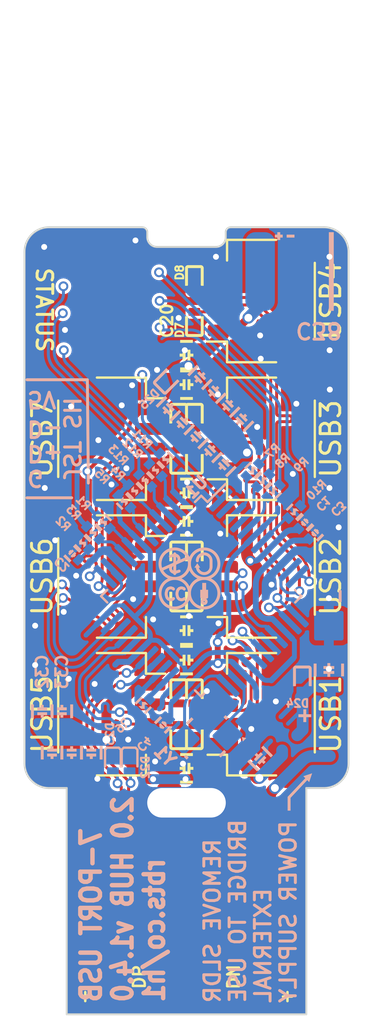
<source format=kicad_pcb>
(kicad_pcb (version 20221018) (generator pcbnew)
  (layers (0 "F.Cu" signal) (31 "B.Cu" signal) (34 "B.Paste" user) (35 "F.Paste" user) (36 "B.SilkS" user "B.Silkscreen") (37 "F.SilkS" user "F.Silkscreen") (38 "B.Mask" user) (39 "F.Mask" user) (44 "Edge.Cuts" user))
  (net 0 "")
  (net 1 "GND")
  (net 2 "+5V")
  (net 3 "Net-(U1-VBUS_SENSE)")
  (net 4 "+3.3V")
  (net 5 "+1V8")
  (net 7 "Net-(D15-1)")
  (net 8 "Net-(D16-1)")
  (net 9 "Net-(D17-1)")
  (net 10 "Net-(D18-1)")
  (net 11 "Net-(D19-1)")
  (net 12 "Net-(D20-1)")
  (net 13 "Net-(D21-1)")
  (net 14 "Net-(J1-Pin_1)")
  (net 15 "Net-(U1-EXT_RST#)")
  (net 16 "Net-(U1-TEST3#)")
  (net 17 "Net-(U1-TEST1#)")
  (net 18 "Net-(U1-REXT)")
  (net 19 "/U1D-")
  (net 20 "/U1D+")
  (net 21 "/U2D-")
  (net 22 "/U2D+")
  (net 23 "/U3D-")
  (net 24 "/U3D+")
  (net 25 "/U4D-")
  (net 26 "/U4D+")
  (net 27 "/U5D-")
  (net 28 "/U5D+")
  (net 29 "/U6D-")
  (net 30 "/U6D+")
  (net 31 "/U7D-")
  (net 32 "/U7D+")
  (net 33 "/LED1")
  (net 34 "/D-")
  (net 35 "/D+")
  (net 36 "/LED2")
  (net 37 "/LED3")
  (net 38 "/LED4")
  (net 39 "/LED5")
  (net 40 "/LED6")
  (net 41 "/LED7")
  (net 42 "/LC")
  (net 43 "/XO")
  (net 44 "/XI")
  (net 45 "VIN")
  (footprint "Diode_SMD:1006_C" (layer "F.Cu") (at 150.4 96.75 -90)
    (fp_text reference "D4" hide)
    (fp_text value "TVS")
  )
  (footprint "Connector_JST:JST_SH_SM04B-SRSS-TB_1x04-1MP_P1.00mm_Horizontal" (layer "F.Cu") (at 146.15 97.75 -90)
    (fp_text reference "J7" hide)
    (fp_text value "USB6")
  )
  (footprint "Connector_JST:JST_SH_SM04B-SRSS-TB_1x04-1MP_P1.00mm_Horizontal" (layer "F.Cu") (at 146.15 90.75 -90)
    (fp_text reference "J8" hide)
    (fp_text value "USB7")
  )
  (footprint "Diode_SMD:1006_C" (layer "F.Cu") (at 149.6 105.75 90)
    (fp_text reference "D10" hide)
    (fp_text value "TVS")
  )
  (footprint "Capacitor_SMD:2012_C" (layer "F.Cu") (at 150 93.5 180)
    (fp_text reference "C18" hide)
    (fp_text value "0.1uF 100V")
  )
  (footprint "Capacitor_SMD:2012_C" (layer "F.Cu") (at 150 100.5 180)
    (fp_text reference "C16" hide)
    (fp_text value "0.1uF 100V")
  )
  (footprint "Capacitor_SMD:2012_C" (layer "F.Cu") (at 150 107.5 180)
    (fp_text reference "C14" hide)
    (fp_text value "0.1uF 100V")
  )
  (footprint "Diode_SMD:1006_C" (layer "F.Cu") (at 150.4 82.75 -90)
    (fp_text reference "D8")
    (fp_text value "TVS")
  )
  (footprint "Diode_SMD:1006_C" (layer "F.Cu") (at 149.6 103.75 -90)
    (fp_text reference "D9" hide)
    (fp_text value "TVS")
  )
  (footprint "Diode_SMD:1006_C" (layer "F.Cu") (at 150.4 105.75 90)
    (fp_text reference "D1" hide)
    (fp_text value "TVS")
  )
  (footprint "Diode_SMD:1006_C" (layer "F.Cu") (at 150.4 91.75 90)
    (fp_text reference "D5" hide)
    (fp_text value "TVS")
  )
  (footprint "Diode_SMD:1006_C" (layer "F.Cu") (at 150.4 98.75 90)
    (fp_text reference "D3" hide)
    (fp_text value "TVS")
  )
  (footprint "Capacitor_SMD:2012_C" (layer "F.Cu") (at 150 102)
    (fp_text reference "C15" hide)
    (fp_text value "0.1uF 100V")
  )
  (footprint "Connector_JST:JST_SH_SM04B-SRSS-TB_1x04-1MP_P1.00mm_Horizontal" (layer "F.Cu") (at 153.85 104.75 90)
    (fp_text reference "J2" hide)
    (fp_text value "USB1")
  )
  (footprint "Connector_JST:JST_SH_SM04B-SRSS-TB_1x04-1MP_P1.00mm_Horizontal" (layer "F.Cu") (at 153.85 83.75 90)
    (fp_text reference "J5" hide)
    (fp_text value "USB4")
  )
  (footprint "Capacitor_SMD:2012_C" (layer "F.Cu") (at 150 86.5 180)
    (fp_text reference "C20")
    (fp_text value "0.1uF 100V")
  )
  (footprint "Diode_SMD:1006_C" (layer "F.Cu") (at 150.4 89.75 -90)
    (fp_text reference "D6" hide)
    (fp_text value "TVS")
  )
  (footprint "Connector_USB:USB_A_PCB_traces_small" (layer "F.Cu") (at 150 120 90)
    (fp_text reference "J1" hide)
    (fp_text value "HOST" hide)
  )
  (footprint "Capacitor_SMD:2012_C" (layer "F.Cu") (at 150 94.95)
    (fp_text reference "C17" hide)
    (fp_text value "0.1uF 100V")
  )
  (footprint "Diode_SMD:1006_C" (layer "F.Cu") (at 150.4 84.75 90)
    (fp_text reference "D7")
    (fp_text value "TVS")
  )
  (footprint "Diode_SMD:1006_C" (layer "F.Cu") (at 149.6 91.75 90)
    (fp_text reference "D14" hide)
    (fp_text value "TVS")
  )
  (footprint "Connector_JST:JST_SH_SM04B-SRSS-TB_1x04-1MP_P1.00mm_Horizontal" (layer "F.Cu") (at 153.85 90.75 90)
    (fp_text reference "J4" hide)
    (fp_text value "USB3")
  )
  (footprint "Diode_SMD:1006_C" (layer "F.Cu") (at 149.6 96.75 -90)
    (fp_text reference "D11" hide)
    (fp_text value "TVS")
  )
  (footprint "Connector_JST:JST_SH_SM04B-SRSS-TB_1x04-1MP_P1.00mm_Horizontal" (layer "F.Cu") (at 146.15 104.75 -90)
    (fp_text reference "J6" hide)
    (fp_text value "USB5")
  )
  (footprint "Capacitor_SMD:2012_C" (layer "F.Cu") (at 150 88)
    (fp_text reference "C19" hide)
    (fp_text value "0.1uF 100V")
  )
  (footprint "Diode_SMD:1006_C" (layer "F.Cu") (at 150.4 103.75 -90)
    (fp_text reference "D2" hide)
    (fp_text value "TVS")
  )
  (footprint "Diode_SMD:1006_C" (layer "F.Cu") (at 149.6 98.75 90)
    (fp_text reference "D12" hide)
    (fp_text value "TVS")
  )
  (footprint "MountingHole:Plain_Hole_3mm" (layer "F.Cu") (at 150 109.25)
    (fp_text reference "H1")
    (fp_text value "Strap")
  )
  (footprint "Connector_JST:JST_SH_SM04B-SRSS-TB_1x04-1MP_P1.00mm_Horizontal" (layer "F.Cu") (at 153.85 97.75 90)
    (fp_text reference "J3" hide)
    (fp_text value "USB2")
  )
  (footprint "Diode_SMD:1006_C" (layer "F.Cu") (at 149.6 89.75 -90)
    (fp_text reference "D13" hide)
    (fp_text value "TVS")
  )
  (footprint "Capacitor_SMD:1608_C" (layer "B.Cu") (at 151.392893 88.342893 45)
    (fp_text reference "C36" hide)
    (fp_text value "22uF 10V")
  )
  (footprint "Resistor_SMD:1005_C" (layer "B.Cu") (at 153.37132 92.343146 -135)
    (fp_text reference "R7")
    (fp_text value "470")
  )
  (footprint "Capacitor_SMD:1608_C" (layer "B.Cu") (at 142.65 104.6 90)
    (fp_text reference "C32")
    (fp_text value "22uF 10V")
  )
  (footprint "Diode_SMD:1006_C" (layer "B.Cu") (at 146.25 107.2 -90)
    (fp_text reference "D23")
    (fp_text value "TVS")
  )
  (footprint "Capacitor_SMD:1608_C" (layer "B.Cu") (at 150.685786 87.635786 45)
    (fp_text reference "C37" hide)
    (fp_text value "22uF 10V")
  )
  (footprint "Resistor_SMD:1005_C" (layer "B.Cu") (at 147.891242 92.873476 -45)
    (fp_text reference "R13")
    (fp_text value "470")
  )
  (footprint "SH_Solder_Pads:1P-1.5x1.5" (layer "B.Cu") (at 157.25 100.25)
    (fp_text reference "J9" hide)
    (fp_text value "EXTGND" hide)
  )
  (footprint "Resistor_SMD:1005_C" (layer "B.Cu") (at 147.360912 93.403806 -45)
    (fp_text reference "R4")
    (fp_text value "100k")
  )
  (footprint "Resistor_SMD:1005_C" (layer "B.Cu") (at 148.951902 91.812816 -45)
    (fp_text reference "R11")
    (fp_text value "470")
  )
  (footprint "Capacitor_SMD:1005_C" (layer "B.Cu") (at 144.178932 96.585787 135)
    (fp_text reference "C2")
    (fp_text value "0.1uF")
  )
  (footprint "Resistor_SMD:1005_C" (layer "B.Cu") (at 147.8 104.3 -135)
    (fp_text reference "R6")
    (fp_text value "2.7k")
  )
  (footprint "Capacitor_SMD:1005_C" (layer "B.Cu") (at 148.8 105.3 -135)
    (fp_text reference "C4")
    (fp_text value "10uF 6.3V")
  )
  (footprint "Diode_SMD:1006_C" (layer "B.Cu") (at 155.9 103.1 -90)
    (fp_text reference "D24")
    (fp_text value "5V")
  )
  (footprint "Symbol:Creative_Commons_BY_Mask" (layer "B.Cu") (at 150.9 98.6)
    (fp_text reference "LOGO2" hide)
    (fp_text value "Logo" hide)
  )
  (footprint "Diode_SMD:1006_C" (layer "B.Cu") (at 149.15 87.65 45)
    (fp_text reference "D25")
    (fp_text value "5V")
  )
  (footprint "Resistor_SMD:1005_C" (layer "B.Cu") (at 155.49264 94.464466 -135)
    (fp_text reference "R10")
    (fp_text value "470")
  )
  (footprint "Resistor_SMD:1005_C" (layer "B.Cu") (at 144.709262 96.055456 135)
    (fp_text reference "R2")
    (fp_text value "100k")
  )
  (footprint "Resistor_SMD:1005_C" (layer "B.Cu") (at 153.90165 92.873476 -135)
    (fp_text reference "R8")
    (fp_text value "470")
  )
  (footprint "Capacitor_SMD:1005_C" (layer "B.Cu") (at 156.5533 95.525126 45)
    (fp_text reference "C3")
    (fp_text value "10uF 6.3V")
  )
  (footprint "Capacitor_SMD:1608_C" (layer "B.Cu") (at 153.75 107 135)
    (fp_text reference "C22" hide)
    (fp_text value "22uF 10V")
  )
  (footprint "Capacitor_SMD:1608_C" (layer "B.Cu") (at 151.2 91.35 -135)
    (fp_text reference "C26" hide)
    (fp_text value "22uF 10V")
  )
  (footprint "Symbol:Creative_Commons_CC_Mask" (layer "B.Cu") (at 149.4 98.6 180)
    (fp_text reference "LOGO1" hide)
    (fp_text value "Logo" hide)
  )
  (footprint "Symbol:Creative_Commons_NC_Mask" (layer "B.Cu") (at 149.4 97.1)
    (fp_text reference "LOGO3" hide)
    (fp_text value "Logo" hide)
  )
  (footprint "Symbol:Creative_Commons_SA_Mask" (layer "B.Cu") (at 150.9 97.1)
    (fp_text reference "LOGO4" hide)
    (fp_text value "Logo" hide)
  )
  (footprint "Capacitor_SMD:1608_C" (layer "B.Cu") (at 150.492893 90.642893 -135)
    (fp_text reference "C25" hide)
    (fp_text value "22uF 10V")
  )
  (footprint "Crystal:Crystal_4-SMD_2.5x2mm" (layer "B.Cu") (at 150.997487 105.927135 -135)
    (fp_text reference "Y1")
    (fp_text value "12MHz 50ppm 16-20pF" hide)
  )
  (footprint "Capacitor_SMD:1608_C" (layer "B.Cu") (at 152.807107 89.757107 45)
    (fp_text reference "C34" hide)
    (fp_text value "22uF 10V")
  )
  (footprint "Capacitor_SMD:1608_C" (layer "B.Cu") (at 144.15 106.7 -90)
    (fp_text reference "C29" hide)
    (fp_text value "22uF 10V")
  )
  (footprint "Resistor_SMD:1005_C" (layer "B.Cu") (at 148.421572 92.343146 -45)
    (fp_text reference "R12")
    (fp_text value "470")
  )
  (footprint "Diode_SMD:1006_C" (layer "B.Cu") (at 147.1 107.2 -90)
    (fp_text reference "D22")
    (fp_text value "TVS")
  )
  (footprint "Package_QFP:LQFP-48_7x7mm_P0.5mm" (layer "B.Cu") (at 150.75 98.75 -135)
    (fp_text reference "U1")
    (fp_text value "MaxLinear_XR22417-48")
  )
  (footprint "Resistor_SMD:1005_C" (layer "B.Cu") (at 145.769922 94.994796 -45)
    (fp_text reference "R1")
    (fp_text value "10k")
  )
  (footprint "Resistor_SMD:1005_C" (layer "B.Cu") (at 154.43198 93.403806 -135)
    (fp_text reference "R9")
    (fp_text value "470")
  )
  (footprint "Capacitor_SMD:1608_C" (layer "B.Cu") (at 149.785785 89.935786 -135)
    (fp_text reference "C24" hide)
    (fp_text value "22uF 10V")
  )
  (footprint "Capacitor_SMD:1608_C" (layer "B.Cu") (at 152.1 89.05 45)
    (fp_text reference "C35" hide)
    (fp_text value "22uF 10V")
  )
  (footprint "Capacitor_SMD:CP_Elec_6.3x11_Board_Edge_Mirrored" (layer "B.Cu") (at 155 80 180)
    (fp_text reference "C38")
    (fp_text value "330uF 10V")
  )
  (footprint "Capacitor_SMD:1005_C" (layer "B.Cu") (at 156.02297 94.994796 45)
    (fp_text reference "C1")
    (fp_text value "1uF 10V")
  )
  (footprint "Capacitor_SMD:1608_C" (layer "B.Cu") (at 143.15 106.7 -90)
    (fp_text reference "C31" hide)
    (fp_text value "22uF 10V")
  )
  (footprint "Resistor_SMD:1005_C" (layer "B.Cu") (at 146.830582 93.934136 -45)
    (fp_text reference "R5")
    (fp_text value "100k")
  )
  (footprint "Capacitor_SMD:1608_C" (layer "B.Cu") (at 143.65 104.6 90)
    (fp_text reference "C33")
    (fp_text value "22uF 10V")
  )
  (footprint "Capacitor_SMD:1608_C" (layer "B.Cu") (at 145.15 106.7 -90)
    (fp_text reference "C30" hide)
    (fp_text value "22uF 10V")
  )
  (footprint "Resistor_SMD:1005_C" (layer "B.Cu") (at 145.239592 95.525126 -45)
    (fp_text reference "R3")
    (fp_text value "100k")
  )
  (footprint "Capacitor_SMD:1608_C" (layer "B.Cu") (at 151.907106 92.057107 -135)
    (fp_text reference "C27" hide)
    (fp_text value "22uF 10V")
  )
  (footprint "Capacitor_SMD:1608_C" (layer "B.Cu") (at 149.078679 89.22868 -135)
    (fp_text reference "C23" hide)
    (fp_text value "22uF 10V")
  )
  (footprint "Capacitor_SMD:2012_C" (layer "B.Cu") (at 157.25 102.5 90)
    (fp_text reference "C21" hide)
    (fp_text value "0.1uF 100V")
  )
  (gr_line (start 144.95 87.75) (end 145 93) (stroke (width 0.15)) (layer "B.SilkS"))
  (gr_line (start 141.875 87.75) (end 144.95 87.75) (stroke (width 0.15)) (layer "B.SilkS"))
  (gr_line (start 144.15 93.75) (end 141.875 93.75) (stroke (width 0.15)) (layer "B.SilkS"))
  (gr_poly (pts (xy 156.25 108.2) (xy 156.15 108.1) (xy 155.3 109) (xy 155.3 109.65) (xy 155.15 109.65) (xy 155.15 108.95) (xy 156.05 108) (xy 155.95 107.9) (xy 156.4 107.75)) (fill solid) (layer "B.SilkS"))
  (gr_poly (pts (xy 157.9 99.05) (xy 157.75 99.05) (xy 157.75 98.45) (xy 157.9 98.45)) (fill solid) (layer "B.SilkS"))
  (gr_poly (pts (xy 156.1 104.75) (xy 156.35 104.75) (xy 156.35 104.9) (xy 156.1 104.9) (xy 156.1 105.15) (xy 155.95 105.15) (xy 155.95 104.9) (xy 155.7 104.9) (xy 155.7 104.75) (xy 155.95 104.75) (xy 155.95 104.5) (xy 156.1 104.5)) (fill solid) (layer "B.SilkS"))
  (gr_line (start 152.25 80) (end 157 80) (stroke (width 0.1)) (layer "Edge.Cuts"))
  (gr_line (start 148.5 81) (end 151.5 81) (stroke (width 0.1)) (layer "Edge.Cuts"))
  (gr_line (start 157 108.5) (end 156.1 108.5) (stroke (width 0.1)) (layer "Edge.Cuts"))
  (gr_line (start 141.75 107.25) (end 141.75 81.25) (stroke (width 0.1)) (layer "Edge.Cuts"))
  (gr_line (start 156.1 120) (end 156.1 108.5) (stroke (width 0.1)) (layer "Edge.Cuts"))
  (gr_line (start 148 80.25) (end 148 80.5) (stroke (width 0.1)) (layer "Edge.Cuts"))
  (gr_arc (start 152 80.25) (mid 152.073223 80.073223) (end 152.25 80) (stroke (width 0.1)) (layer "Edge.Cuts"))
  (gr_line (start 143.9 120) (end 143.9 108.5) (stroke (width 0.1)) (layer "Edge.Cuts"))
  (gr_arc (start 141.75 81.25) (mid 142.116117 80.366117) (end 143 80) (stroke (width 0.1)) (layer "Edge.Cuts"))
  (gr_arc (start 147.75 80) (mid 147.926777 80.073223) (end 148 80.25) (stroke (width 0.1)) (layer "Edge.Cuts"))
  (gr_arc (start 143 108.5) (mid 142.116117 108.133883) (end 141.75 107.25) (stroke (width 0.1)) (layer "Edge.Cuts"))
  (gr_line (start 143.9 120) (end 156.1 120) (stroke (width 0.1)) (layer "Edge.Cuts"))
  (gr_line (start 158.25 81.25) (end 158.25 107.25) (stroke (width 0.1)) (layer "Edge.Cuts"))
  (gr_line (start 143 80) (end 147.75 80) (stroke (width 0.1)) (layer "Edge.Cuts"))
  (gr_arc (start 158.25 107.25) (mid 157.883883 108.133883) (end 157 108.5) (stroke (width 0.1)) (layer "Edge.Cuts"))
  (gr_arc (start 157 80) (mid 157.883883 80.366117) (end 158.25 81.25) (stroke (width 0.1)) (layer "Edge.Cuts"))
  (gr_arc (start 148.5 81) (mid 148.146447 80.853553) (end 148 80.5) (stroke (width 0.1)) (layer "Edge.Cuts"))
  (gr_line (start 143.9 108.5) (end 143 108.5) (stroke (width 0.1)) (layer "Edge.Cuts"))
  (gr_arc (start 152 80.5) (mid 151.853553 80.853553) (end 151.5 81) (stroke (width 0.1)) (layer "Edge.Cuts"))
  (gr_line (start 152 80.5) (end 152 80.25) (stroke (width 0.1)) (layer "Edge.Cuts"))
  (gr_text "G" (at 141.8 92.75 180) (layer "B.SilkS") (effects (font (size 0.8 0.8)) (justify left mirror)))
  (gr_text "D-" (at 141.8 90.25 180) (layer "B.SilkS") (effects (font (size 0.8 0.8)) (justify left mirror)))
  (gr_text "JST SH" (at 144.15 90.75 270) (layer "B.SilkS") (effects (font (size 0.8 0.8)) (justify mirror)))
  (gr_text "D+" (at 141.8 91.5 180) (layer "B.SilkS") (effects (font (size 0.8 0.8)) (justify left mirror)))
  (gr_text "5V" (at 141.8 88.75 180) (layer "B.SilkS") (effects (font (size 0.8 0.8)) (justify left mirror)))
  (gr_text "REMOVE SLDR\nBRIDGE TO USE\nEXTERNAL\nPOWER SUPPLY" (at 153.25 119.5 90) (layer "B.SilkS") (effects (font (size 0.8 0.8)) (justify right mirror)))
  (gr_text "7-PORT USB\n2.0 HUB v1.4.0\nrbts.co/h1" (at 146.75 119.5 90) (layer "B.SilkS") (effects (font (size 1 0.9) (thickness 0.225)) (justify right mirror)))
  (gr_text "STATUS" (at 142.75 84.2 270) (layer "F.SilkS") (effects (font (size 0.8 0.8))))
  (segment (start 154.034494 106.361953) (end 154.034494 106.541242) (width 0.25) (layer "B.Cu") (net 0))
  (segment (start 153.946626 106.753374) (end 152.95 107.75) (width 0.25) (layer "B.Cu") (net 0))
  (segment (start 154.281282 106.115165) (end 154.034494 106.361953) (width 0.25) (layer "B.Cu") (net 0))
  (arc (start 154.034494 106.541242) (mid 154.011658 106.656047) (end 153.946626 106.753374) (width 0.25) (layer "B.Cu") (net 0))
  (segment (start 143.69 85.34) (end 143.81 85.22) (width 0.15) (layer "F.Cu") (net 1))
  (segment (start 145.46 108.03) (end 144.755 108.03) (width 0.6) (layer "F.Cu") (net 1))
  (segment (start 149.5 89.265) (end 150.5 89.265) (width 0.25) (layer "F.Cu") (net 1))
  (segment (start 155.875 94.95) (end 157.45 94.95) (width 0.4) (layer "F.Cu") (net 1))
  (segment (start 155.875 93.55) (end 156.175 93.25) (width 0.4) (layer "F.Cu") (net 1))
  (segment (start 153.78 86.68) (end 153.78 85.53) (width 0.15) (layer "F.Cu") (net 1))
  (segment (start 150.5 92.235) (end 150.03 92.705) (width 0.4) (layer "F.Cu") (net 1))
  (segment (start 142.25 85.34) (end 143.69 85.34) (width 0.15) (layer "F.Cu") (net 1))
  (segment (start 151.85 95.7) (end 151.72 95.57) (width 0.25) (layer "F.Cu") (net 1))
  (segment (start 143.041636 100.25) (end 142.29 100.25) (width 0.4) (layer "F.Cu") (net 1))
  (segment (start 144.125 87.95) (end 142.45 87.95) (width 0.4) (layer "F.Cu") (net 1))
  (segment (start 150.825 88) (end 150.825 88.075) (width 0.5) (layer "F.Cu") (net 1))
  (segment (start 148.3 92.55) (end 148 92.25) (width 0.4) (layer "F.Cu") (net 1))
  (segment (start 143.31 96.64) (end 143.31 95.91) (width 0.15) (layer "F.Cu") (net 1))
  (segment (start 152 82.25) (end 154.575 82.25) (width 0.15) (layer "F.Cu") (net 1))
  (segment (start 150.5 92.235) (end 149.5 92.235) (width 0.25) (layer "F.Cu") (net 1))
  (segment (start 148.5 87.638006) (end 148.5 87.25) (width 0.4) (layer "F.Cu") (net 1))
  (segment (start 156.175 93.25) (end 157.28 93.25) (width 0.4) (layer "F.Cu") (net 1))
  (segment (start 150.5 89.265) (end 151.985 89.265) (width 0.25) (layer "F.Cu") (net 1))
  (segment (start 149.94999 84.653056) (end 149.86999 84.573056) (width 0.15) (layer "F.Cu") (net 1))
  (segment (start 148 99.25) (end 149.616884 99.25) (width 0.4) (layer "F.Cu") (net 1))
  (segment (start 148 106.25) (end 147.24 106.25) (width 0.25) (layer "F.Cu") (net 1))
  (segment (start 149.5 92.235) (end 148.015 92.235) (width 0.25) (layer "F.Cu") (net 1))
  (segment (start 142.25 85.34) (end 142.25 81.5) (width 0.4) (layer "F.Cu") (net 1))
  (segment (start 144.755 108.03) (end 144.275 107.55) (width 0.6) (layer "F.Cu") (net 1))
  (segment (start 147.24 106.25) (end 147.03 106.04) (width 0.25) (layer "F.Cu") (net 1))
  (segment (start 150.195 95.58) (end 150.825 94.95) (width 0.5) (layer "F.Cu") (net 1))
  (segment (start 149.86999 82.926944) (end 149.94999 82.846944) (width 0.15) (layer "F.Cu") (net 1))
  (segment (start 152 89.25) (end 152.420453 89.25) (width 0.4) (layer "F.Cu") (net 1))
  (segment (start 152 103.25) (end 150.515 103.25) (width 0.4) (layer "F.Cu") (net 1))
  (segment (start 150.5 96.265) (end 150.5 96.02) (width 0.4) (layer "F.Cu") (net 1))
  (segment (start 147.300003 88.100003) (end 148.038003 88.100003) (width 0.4) (layer "F.Cu") (net 1))
  (segment (start 148.015 106.235) (end 148 106.25) (width 0.4) (layer "F.Cu") (net 1))
  (segment (start 144 102.95) (end 142.99 102.95) (width 0.4) (layer "F.Cu") (net 1))
  (segment (start 143.31 95.765) (end 144.125 94.95) (width 0.25) (layer "F.Cu") (net 1))
  (segment (start 148.038003 88.100003) (end 148.5 87.638006) (width 0.4) (layer "F.Cu") (net 1))
  (segment (start 150.5 82.265) (end 151.985 82.265) (width 0.15) (layer "F.Cu") (net 1))
  (segment (start 145.32 103.21) (end 144.26 103.21) (width 0.4) (layer "F.Cu") (net 1))
  (segment (start 155.875 100.55) (end 156.57 100.55) (width 0.25) (layer "F.Cu") (net 1))
  (segment (start 144.125 89.115) (end 144.12 89.11) (width 0.25) (layer "F.Cu") (net 1))
  (segment (start 150.5 103.265) (end 150.57 103.195) (width 0.4) (layer "F.Cu") (net 1))
  (segment (start 146.938761 92.25) (end 146.180031 93.00873) (width 0.25) (layer "F.Cu") (net 1))
  (segment (start 149.616884 99.25) (end 150.124571 99.757687) (width 0.4) (layer "F.Cu") (net 1))
  (segment (start 144.125 89.105) (end 144.12 89.11) (width 0.4) (layer "F.Cu") (net 1))
  (segment (start 144.125 94.95) (end 144.125 93.55) (width 0.25) (layer "F.Cu") (net 1))
  (segment (start 149.86999 84.573056) (end 149.86999 84.026944) (width 0.15) (layer "F.Cu") (net 1))
  (segment (start 142.45 87.95) (end 142.25 87.75) (width 0.4) (layer "F.Cu") (net 1))
  (segment (start 148 99.25) (end 147.63 99.25) (width 0.25) (layer "F.Cu") (net 1))
  (segment (start 150.03 92.705) (end 150.03 92.96) (width 0.4) (layer "F.Cu") (net 1))
  (segment (start 143.31 95.91) (end 143.31 95.765) (width 0.25) (layer "F.Cu") (net 1))
  (segment (start 157 87.95) (end 157.3 88.25) (width 0.4) (layer "F.Cu") (net 1))
  (segment (start 149.86999 84.026944) (end 149.85 84.006954) (width 0.15) (layer "F.Cu") (net 1))
  (segment (start 145.75 114.71) (end 145.75 108.5) (width 0.6) (layer "F.Cu") (net 1))
  (segment (start 144.125 107.55) (end 144.8 107.55) (width 0.4) (layer "F.Cu") (net 1))
  (segment (start 144.125 107.55) (end 144.98 107.55) (width 0.15) (layer "F.Cu") (net 1))
  (segment (start 145.75 108.32) (end 145.46 108.03) (width 0.6) (layer "F.Cu") (net 1))
  (segment (start 151.985 82.265) (end 152 82.25) (width 0.15) (layer "F.Cu") (net 1))
  (segment (start 151.835 96.265) (end 151.85 96.25) (width 0.25) (layer "F.Cu") (net 1))
  (segment (start 144.125 87.95) (end 147.15 87.95) (width 0.15) (layer "F.Cu") (net 1))
  (segment (start 144.98 107.55) (end 145.46 108.03) (width 0.15) (layer "F.Cu") (net 1))
  (segment (start 154.575 82.25) (end 155.875 80.95) (width 0.15) (layer "F.Cu") (net 1))
  (segment (start 151.985 103.265) (end 152 103.25) (width 0.4) (layer "F.Cu") (net 1))
  (segment (start 156.57 100.55) (end 157.8 99.32) (width 0.25) (layer "F.Cu") (net 1))
  (segment (start 149.94999 82.81501) (end 150.5 82.265) (width 0.15) (layer "F.Cu") (net 1))
  (segment (start 155.725 101.95) (end 156.75 101.95) (width 0.25) (layer "F.Cu") (net 1))
  (segment (start 150.515 103.25) (end 150.5 103.265) (width 0.4) (layer "F.Cu") (net 1))
  (segment (start 150.5 96.02) (end 150.06 95.58) (width 0.4) (layer "F.Cu") (net 1))
  (segment (start 157.8 99.32) (end 157.8 96.875) (width 0.25) (layer "F.Cu") (net 1))
  (segment (start 146.19 115.15) (end 145.75 114.71) (width 0.6) (layer "F.Cu") (net 1))
  (segment (start 150.5 96.265) (end 151.835 96.265) (width 0.25) (layer "F.Cu") (net 1))
  (segment (start 149.911324 85.823676) (end 149.911324 86.248711) (width 0.4) (layer "F.Cu") (net 1))
  (segment (start 142.25 87.75) (end 142.25 85.34) (width 0.4) (layer "F.Cu") (net 1))
  (segment (start 149.86999 83.473056) (end 149.86999 82.926944) (width 0.15) (layer "F.Cu") (net 1))
  (segment (start 142.99 102.95) (end 142.29 102.25) (width 0.4) (layer "F.Cu") (net 1))
  (segment (start 149.5 106.235) (end 148.015 106.235) (width 0.4) (layer "F.Cu") (net 1))
  (segment (start 156.73 80.95) (end 157.28 81.5) (width 0.4) (layer "F.Cu") (net 1))
  (segment (start 144.38 97.71) (end 143.31 96.64) (width 0.15) (layer "F.Cu") (net 1))
  (segment (start 153.78 85.53) (end 153.75 85.5) (width 0.15) (layer "F.Cu") (net 1))
  (segment (start 155.59501 88.22999) (end 155.59501 88.97) (width 0.15) (layer "F.Cu") (net 1))
  (segment (start 144.26 103.21) (end 144 102.95) (width 0.4) (layer "F.Cu") (net 1))
  (segment (start 149.85 83.493046) (end 149.86999 83.473056) (width 0.15) (layer "F.Cu") (net 1))
  (segment (start 144.125 93.55) (end 144.125 89.115) (width 0.25) (layer "F.Cu") (net 1))
  (segment (start 157.8 96.875) (end 155.875 94.95) (width 0.25) (layer "F.Cu") (net 1))
  (segment (start 144.8 107.55) (end 145.65 108.4) (width 0.4) (layer "F.Cu") (net 1))
  (segment (start 144.125 93.55) (end 143.08 93.55) (width 0.4) (layer "F.Cu") (net 1))
  (segment (start 150.825 88.075) (end 149.6 89.3) (width 0.5) (layer "F.Cu") (net 1))
  (segment (start 155.875 86.55) (end 155.875 87.95) (width 0.25) (layer "F.Cu") (net 1))
  (segment (start 151.5 81.5) (end 151.83 81.5) (width 0.4) (layer "F.Cu") (net 1))
  (segment (start 144.12 89.11) (end 144.12 89.43) (width 0.15) (layer "F.Cu") (net 1))
  (segment (start 148.015 92.235) (end 148 92.25) (width 0.25) (layer "F.Cu") (net 1))
  (segment (start 150.19 85.2) (end 149.6 84.61) (width 0.15) (layer "F.Cu") (net 1))
  (segment (start 149.5 96.25) (end 150.485 96.25) (width 0.15) (layer "F.Cu") (net 1))
  (segment (start 151.85 88.75) (end 151.6 88.5) (width 0.15) (layer "F.Cu") (net 1))
  (segment (start 155.875 93.55) (end 155.875 94.95) (width 0.25) (layer "F.Cu") (net 1))
  (segment (start 151.83 81.5) (end 152.38 80.95) (width 0.4) (layer "F.Cu") (net 1))
  (segment (start 144.125 87.95) (end 144.125 89.105) (width 0.4) (layer "F.Cu") (net 1))
  (segment (start 156.75 101.95) (end 157.25 102.45) (width 0.25) (layer "F.Cu") (net 1))
  (segment (start 150.5 85.235) (end 149.94999 84.68499) (width 0.15) (layer "F.Cu") (net 1))
  (segment (start 155.414117 93.089117) (end 155.414117 92.535883) (width 0.4) (layer "F.Cu") (net 1))
  (segment (start 145.75 108.5) (end 145.75 108.32) (width 0.6) (layer "F.Cu") (net 1))
  (segment (start 143.08 93.55) (end 142.78 93.25) (width 0.4) (layer "F.Cu") (net 1))
  (segment (start 149.94999 82.846944) (end 149.94999 82.81501) (width 0.15) (layer "F.Cu") (net 1))
  (segment (start 148 92.25) (end 146.938761 92.25) (width 0.15) (layer "F.Cu") (net 1))
  (segment (start 155.875 80.95) (end 152.38 80.95) (width 0.4) (layer "F.Cu") (net 1))
  (segment (start 155.875 93.55) (end 155.414117 93.089117) (width 0.4) (layer "F.Cu") (net 1))
  (segment (start 149.5 103.265) (end 150.5 103.265) (width 0.4) (layer "F.Cu") (net 1))
  (segment (start 155.875 100.55) (end 155.875 101.95) (width 0.25) (layer "F.Cu") (net 1))
  (segment (start 147.23 88.03) (end 147.300003 88.100003) (width 0.4) (layer "F.Cu") (net 1))
  (segment (start 149.175 107.5) (end 148.75 107.5) (width 0.4) (layer "F.Cu") (net 1))
  (segment (start 155.875 80.95) (end 155.875 86.55) (width 0.25) (layer "F.Cu") (net 1))
  (segment (start 151.85 89.25) (end 151.85 88.75) (width 0.15) (layer "F.Cu") (net 1))
  (segment (start 142.25 81.5) (end 142.75 81) (width 0.4) (layer "F.Cu") (net 1))
  (segment (start 146.180031 93.00873) (end 146.180031 93.072237) (width 0.25) (layer "F.Cu") (net 1))
  (segment (start 155.875 86.55) (end 156.175 86.25) (width 0.4) (layer "F.Cu") (net 1))
  (segment (start 150.5 85.235) (end 149.911324 85.823676) (width 0.4) (layer "F.Cu") (net 1))
  (segment (start 149.85 84.006954) (end 149.85 83.493046) (width 0.15) (layer "F.Cu") (net 1))
  (segment (start 150.5 106.235) (end 149.5 106.235) (width 0.4) (layer "F.Cu") (net 1))
  (segment (start 155.875 87.95) (end 157 87.95) (width 0.4) (layer "F.Cu") (net 1))
  (segment (start 151.85 96.25) (end 151.85 95.7) (width 0.25) (layer "F.Cu") (net 1))
  (segment (start 144.12 89.43) (end 145.51 90.82) (width 0.15) (layer "F.Cu") (net 1))
  (segment (start 150.485 96.25) (end 150.5 96.265) (width 0.15) (layer "F.Cu") (net 1))
  (segment (start 152.7 89.25) (end 153.6 90.15) (width 0.4) (layer "F.Cu") (net 1))
  (segment (start 148.75 107.5) (end 148.4 107.15) (width 0.4) (layer "F.Cu") (net 1))
  (segment (start 143.74501 99.546626) (end 143.041636 100.25) (width 0.4) (layer "F.Cu") (net 1))
  (segment (start 156.175 86.25) (end 157.29 86.25) (width 0.4) (layer "F.Cu") (net 1))
  (segment (start 151.85 89.25) (end 152.7 89.25) (width 0.4) (layer "F.Cu") (net 1))
  (segment (start 150.06 95.58) (end 150.195 95.58) (width 0.5) (layer "F.Cu") (net 1))
  (segment (start 151.985 89.265) (end 152 89.25) (width 0.25) (layer "F.Cu") (net 1))
  (segment (start 155.875 80.95) (end 156.73 80.95) (width 0.4) (layer "F.Cu") (net 1))
  (segment (start 157.45 94.95) (end 157.75 95.25) (width 0.4) (layer "F.Cu") (net 1))
  (segment (start 147.63 99.25) (end 147.28 98.9) (width 0.25) (layer "F.Cu") (net 1))
  (segment (start 151.7 88.95) (end 152 89.25) (width 0.4) (layer "F.Cu") (net 1))
  (segment (start 155.875 87.95) (end 155.59501 88.22999) (width 0.15) (layer "F.Cu") (net 1))
  (segment (start 150.4 85.2) (end 150.19 85.2) (width 0.15) (layer "F.Cu") (net 1))
  (segment (start 147.15 87.95) (end 147.23 88.03) (width 0.15) (layer "F.Cu") (net 1))
  (segment (start 149.94999 84.68499) (end 149.94999 84.653056) (width 0.15) (layer "F.Cu") (net 1))
  (via (at 157.25 102.45) (size 0.5) (drill 0.3) (layers "F.Cu" "B.Cu") (net 1))
  (via (at 151.5 81.5) (size 0.5) (drill 0.3) (layers "F.Cu" "B.Cu") (net 1))
  (via (at 142.78 93.25) (size 0.5) (drill 0.3) (layers "F.Cu" "B.Cu") (net 1))
  (via (at 150.124571 99.757687) (size 0.5) (drill 0.3) (layers "F.Cu" "B.Cu") (net 1))
  (via (at 146.180031 93.072237) (size 0.5) (drill 0.3) (layers "F.Cu" "B.Cu") (net 1))
  (via (at 157.3 88.25) (size 0.5) (drill 0.3) (layers "F.Cu" "B.Cu") (net 1))
  (via (at 142.29 100.25) (size 0.5) (drill 0.3) (layers "F.Cu" "B.Cu") (net 1))
  (via (at 142.75 81) (size 0.5) (drill 0.3) (layers "F.Cu" "B.Cu") (net 1))
  (via (at 150.03 92.96) (size 0.5) (drill 0.3) (layers "F.Cu" "B.Cu") (net 1))
  (via (at 148.3 99.93) (size 0.5) (drill 0.3) (layers "F.Cu" "B.Cu") (net 1))
  (via (at 157.25 98.85) (size 0.5) (drill 0.3) (layers "F.Cu" "B.Cu") (net 1))
  (via (at 148.4 107.15) (size 0.5) (drill 0.3) (layers "F.Cu" "B.Cu") (net 1))
  (via (at 147.23 88.03) (size 0.5) (drill 0.3) (layers "F.Cu" "B.Cu") (net 1))
  (via (at 157.28 81.5) (size 0.5) (drill 0.3) (layers "F.Cu" "B.Cu") (net 1))
  (via (at 149.819271 107.261475) (size 0.5) (drill 0.3) (layers "F.Cu" "B.Cu") (net 1))
  (via (at 157.29 86.25) (size 0.5) (drill 0.3) (layers "F.Cu" "B.Cu") (net 1))
  (via (at 153.78 86.68) (size 0.5) (drill 0.3) (layers "F.Cu" "B.Cu") (net 1))
  (via (at 143.31 95.91) (size 0.5) (drill 0.3) (layers "F.Cu" "B.Cu") (net 1))
  (via (at 147.03 106.04) (size 0.5) (drill 0.3) (layers "F.Cu" "B.Cu") (net 1))
  (via (at 147.28 98.9) (size 0.5) (drill 0.3) (layers "F.Cu" "B.Cu") (net 1))
  (via (at 157.28 93.25) (size 0.5) (drill 0.3) (layers "F.Cu" "B.Cu") (net 1))
  (via (at 142.29 102.25) (size 0.5) (drill 0.3) (layers "F.Cu" "B.Cu") (net 1))
  (via (at 151.72 95.57) (size 0.5) (drill 0.3) (layers "F.Cu" "B.Cu") (net 1))
  (via (at 155.414117 92.535883) (size 0.5) (drill 0.3) (layers "F.Cu" "B.Cu") (net 1))
  (via (at 151.034229 103.573736) (size 0.5) (drill 0.3) (layers "F.Cu" "B.Cu") (net 1))
  (via (at 146.7 89.05) (size 0.5) (drill 0.3) (layers "F.Cu" "B.Cu") (net 1))
  (via (at 148.5 87.25) (size 0.5) (drill 0.3) (layers "F.Cu" "B.Cu") (net 1))
  (via (at 153.3 105.5) (size 0.5) (drill 0.3) (layers "F.Cu" "B.Cu") (net 1))
  (via (at 154.331365 98.163517) (size 0.5) (drill 0.3) (layers "F.Cu" "B.Cu") (net 1))
  (via (at 150.06 95.58) (size 0.5) (drill 0.3) (layers "F.Cu" "B.Cu") (net 1))
  (via (at 143.81 85.22) (size 0.5) (drill 0.3) (layers "F.Cu" "B.Cu") (net 1))
  (via (at 157.75 95.25) (size 0.5) (drill 0.3) (layers "F.Cu" "B.Cu") (net 1))
  (via (at 153.75 85.5) (size 0.5) (drill 0.3) (layers "F.Cu" "B.Cu") (net 1))
  (via (at 143.74501 99.546626) (size 0.5) (drill 0.3) (layers "F.Cu" "B.Cu") (net 1))
  (via (at 153.6 90.15) (size 0.5) (drill 0.3) (layers "F.Cu" "B.Cu") (net 1))
  (via (at 151.629053 100.129053) (size 0.5) (drill 0.3) (layers "F.Cu" "B.Cu") (net 1))
  (via (at 147.4 80.67) (size 0.5) (drill 0.3) (layers "F.Cu" "B.Cu") (net 1))
  (via (at 144.12 89.11) (size 0.5) (drill 0.3) (layers "F.Cu" "B.Cu") (net 1))
  (via (at 144 102.95) (size 0.5) (drill 0.3) (layers "F.Cu" "B.Cu") (net 1))
  (via (at 145.46 108.03) (size 0.5) (drill 0.3) (layers "F.Cu" "B.Cu") (net 1))
  (via (at 144.38 97.71) (size 0.5) (drill 0.3) (layers "F.Cu" "B.Cu") (net 1))
  (via (at 154.55 104.1) (size 0.5) (drill 0.3) (layers "F.Cu" "B.Cu") (net 1))
  (via (at 149.911324 86.248711) (size 0.5) (drill 0.3) (layers "F.Cu" "B.Cu") (net 1))
  (via (at 146.938761 92.25) (size 0.5) (drill 0.3) (layers "F.Cu" "B.Cu") (net 1))
  (via (at 155.59501 88.97) (size 0.5) (drill 0.3) (layers "F.Cu" "B.Cu") (net 1))
  (via (at 145.32 103.21) (size 0.5) (drill 0.3) (layers "F.Cu" "B.Cu") (net 1))
  (via (at 145.51 90.82) (size 0.5) (drill 0.3) (layers "F.Cu" "B.Cu") (net 1))
  (via (at 151.6 88.5) (size 0.5) (drill 0.3) (layers "F.Cu" "B.Cu") (net 1))
  (via (at 149.6 84.61) (size 0.5) (drill 0.3) (layers "F.Cu" "B.Cu") (net 1))
  (segment (start 147.23 88.52) (end 146.7 89.05) (width 0.25) (layer "B.Cu") (net 1))
  (segment (start 157.25 102.45) (end 157.25 101.675) (width 0.25) (layer "B.Cu") (net 1))
  (segment (start 142.78 95.38) (end 142.78 93.25) (width 0.4) (layer "B.Cu") (net 1))
  (segment (start 144.244618 101.366295) (end 143.74501 100.866687) (width 0.4) (layer "B.Cu") (net 1))
  (segment (start 157.3 93.23) (end 157.28 93.25) (width 0.4) (layer "B.Cu") (net 1))
  (segment (start 148.472313 99.757687) (end 148.3 99.93) (width 0.25) (layer "B.Cu") (net 1))
  (segment (start 153.927728 105.761612) (end 153.55 105.383884) (width 0.25) (layer "B.Cu") (net 1))
  (segment (start 153.927728 105.761612) (end 153.927728 105.867678) (width 0.25) (layer "B.Cu") (net 1))
  (segment (start 151.103553 103.64306) (end 151.034229 103.573736) (width 0.4) (layer "B.Cu") (net 1))
  (segment (start 151.103553 104.831119) (end 151.103553 103.64306) (width 0.4) (layer "B.Cu") (net 1))
  (segment (start 155.59501 88.49501) (end 153.78 86.68) (width 0.15) (layer "B.Cu") (net 1))
  (segment (start 150.124571 99.757687) (end 151.257687 99.757687) (width 0.4) (layer "B.Cu") (net 1))
  (segment (start 147.28 97.754874) (end 147.28 98.9) (width 0.25) (layer "B.Cu") (net 1))
  (segment (start 154.957284 103.692716) (end 154.55 104.1) (width 0.25) (layer "B.Cu") (net 1))
  (segment (start 157.25 101.675) (end 157.25 100.25) (width 0.3) (layer "B.Cu") (net 1))
  (segment (start 147.780152 104.901829) (end 147.78015 104.901829) (width 0.4) (layer "B.Cu") (net 1))
  (segment (start 142.29 102.25) (end 142.29 100.25) (width 0.4) (layer "B.Cu") (net 1))
  (segment (start 157.29 86.25) (end 157.28 86.24) (width 0.4) (layer "B.Cu") (net 1))
  (segment (start 155.9 102.65) (end 156.068198 102.481802) (width 0.3) (layer "B.Cu") (net 1))
  (segment (start 145.837097 94.001311) (end 145.837097 93.415171) (width 0.25) (layer "B.Cu") (net 1))
  (segment (start 143.31 95.91) (end 142.78 95.38) (width 0.4) (layer "B.Cu") (net 1))
  (segment (start 152.05 107.75) (end 152.05 107.745406) (width 0.25) (layer "B.Cu") (net 1))
  (segment (start 143.74501 100.866687) (end 143.74501 99.546626) (width 0.4) (layer "B.Cu") (net 1))
  (segment (start 150.891421 107.023151) (end 151.433151 107.023151) (width 0.25) (layer "B.Cu") (net 1))
  (segment (start 143.667589 96.267589) (end 143.31 95.91) (width 0.25) (layer "B.Cu") (net 1))
  (segment (start 154.957284 103.664392) (end 154.957284 103.692716) (width 0.25) (layer "B.Cu") (net 1))
  (segment (start 150.463622 107.45095) (end 148.44095 107.45095) (width 0.25) (layer "B.Cu") (net 1))
  (segment (start 153.272703 105.527297) (end 153.3 105.5) (width 0.5) (layer "B.Cu") (net 1))
  (segment (start 148.510034 87.25) (end 148.5 87.25) (width 0.4) (layer "B.Cu") (net 1))
  (segment (start 156.068198 102.481802) (end 156.068198 101.281802) (width 0.3) (layer "B.Cu") (net 1))
  (segment (start 142.75 81) (end 147.07 81) (width 0.15) (layer "B.Cu") (net 1))
  (segment (start 157.3 88.25) (end 157.3 93.23) (width 0.4) (layer "B.Cu") (net 1))
  (segment (start 155.42 88.98) (end 155.43 88.97) (width 0.15) (layer "B.Cu") (net 1))
  (segment (start 153.927728 105.867678) (end 153.272703 106.522703) (width 0.25) (layer "B.Cu") (net 1))
  (segment (start 153.272703 106.522703) (end 153.272703 105.527297) (width 0.5) (layer "B.Cu") (net 1))
  (segment (start 150.124571 99.757687) (end 148.472313 99.757687) (width 0.25) (layer "B.Cu") (net 1))
  (segment (start 151.323151 107.023151) (end 152.05 107.75) (width 0.25) (layer "B.Cu") (net 1))
  (segment (start 150.891421 107.023151) (end 150.463622 107.45095) (width 0.25) (layer "B.Cu") (net 1))
  (segment (start 147.637841 105.432159) (end 147.03 106.04) (width 0.4) (layer "B.Cu") (net 1))
  (segment (start 148.310482 105.432159) (end 147.637841 105.432159) (width 0.4) (layer "B.Cu") (net 1))
  (segment (start 152.05 107.745406) (end 153.272703 106.522703) (width 0.25) (layer "B.Cu") (net 1))
  (segment (start 143.860734 96.267589) (end 143.667589 96.267589) (width 0.25) (layer "B.Cu") (net 1))
  (segment (start 151.11827 107.25) (end 150.891421 107.023151) (width 0.4) (layer "B.Cu") (net 1))
  (segment (start 150.653097 107.261475) (end 149.819271 107.261475) (width 0.4) (layer "B.Cu") (net 1))
  (segment (start 149.911324 86.248711) (end 149.501289 86.248711) (width 0.4) (layer "B.Cu") (net 1))
  (segment (start 147.23 88.03) (end 147.23 88.52) (width 0.25) (layer "B.Cu") (net 1))
  (segment (start 146.569231 97.044105) (end 147.28 97.754874) (width 0.25) (layer "B.Cu") (net 1))
  (segment (start 150.759999 93.689999) (end 150.759999 94.880001) (width 0.4) (layer "B.Cu") (net 1))
  (segment (start 147.07 81) (end 147.4 80.67) (width 0.15) (layer "B.Cu") (net 1))
  (segment (start 156.068198 101.281802) (end 156.218198 101.281802) (width 0.3) (layer "B.Cu") (net 1))
  (segment (start 145.837097 93.415171) (end 146.180031 93.072237) (width 0.25) (layer "B.Cu") (net 1))
  (segment (start 151.748788 103.637876) (end 151.748788 104.185884) (width 0.15) (layer "B.Cu") (net 1))
  (segment (start 153.55 105.383884) (end 153.55 104.8) (width 0.25) (layer "B.Cu") (net 1))
  (segment (start 154.930769 97.044105) (end 155.549053 96.425821) (width 0.25) (layer "B.Cu") (net 1))
  (segment (start 156.91457 95.25) (end 157.75 95.25) (width 0.4) (layer "B.Cu") (net 1))
  (segment (start 150.90409 107.010482) (end 150.90409 105.030582) (width 0.15) (layer "B.Cu") (net 1))
  (segment (start 157.25 100.25) (end 157.25 98.85) (width 0.5) (layer "B.Cu") (net 1))
  (segment (start 144.391064 95.737258) (end 144.391064 95.737259) (width 0.25) (layer "B.Cu") (net 1))
  (segment (start 151.748788 104.185884) (end 151.103553 104.831119) (width 0.15) (layer "B.Cu") (net 1))
  (segment (start 150.891421 107.023151) (end 150.653097 107.261475) (width 0.4) (layer "B.Cu") (net 1))
  (segment (start 148.44095 107.45095) (end 147.03 106.04) (width 0.25) (layer "B.Cu") (net 1))
  (segment (start 155.43 88.97) (end 155.59501 88.97) (width 0.15) (layer "B.Cu") (net 1))
  (segment (start 150.90409 105.030582) (end 151.103553 104.831119) (width 0.15) (layer "B.Cu") (net 1))
  (segment (start 145.731802 102.868198) (end 145.661802 102.868198) (width 0.4) (layer "B.Cu") (net 1))
  (segment (start 155.59501 88.97) (end 155.59501 88.49501) (width 0.15) (layer "B.Cu") (net 1))
  (segment (start 145.982054 94.146268) (end 145.837097 94.001311) (width 0.25) (layer "B.Cu") (net 1))
  (segment (start 156.871498 95.956476) (end 156.871498 95.206928) (width 0.25) (layer "B.Cu") (net 1))
  (segment (start 156.402153 96.425821) (end 156.871498 95.956476) (width 0.25) (layer "B.Cu") (net 1))
  (segment (start 151.257687 99.757687) (end 151.629053 100.129053) (width 0.4) (layer "B.Cu") (net 1))
  (segment (start 145.661802 102.868198) (end 145.32 103.21) (width 0.4) (layer "B.Cu") (net 1))
  (segment (start 156.871498 95.206928) (end 156.341168 94.676598) (width 0.25) (layer "B.Cu") (net 1))
  (segment (start 154.930769 97.044105) (end 154.331365 97.643509) (width 0.15) (layer "B.Cu") (net 1))
  (segment (start 155.549053 96.425821) (end 156.402153 96.425821) (width 0.25) (layer "B.Cu") (net 1))
  (segment (start 154.331365 97.643509) (end 154.331365 98.163517) (width 0.15) (layer "B.Cu") (net 1))
  (segment (start 155.414117 93.482329) (end 155.414117 92.535883) (width 0.4) (layer "B.Cu") (net 1))
  (segment (start 157.28 86.24) (end 157.28 81.5) (width 0.4) (layer "B.Cu") (net 1))
  (segment (start 149.501289 86.248711) (end 148.5 87.25) (width 0.4) (layer "B.Cu") (net 1))
  (segment (start 150.891421 107.023151) (end 151.323151 107.023151) (width 0.25) (layer "B.Cu") (net 1))
  (segment (start 150.759999 94.880001) (end 150.06 95.58) (width 0.4) (layer "B.Cu") (net 1))
  (segment (start 150.891421 107.023151) (end 150.90409 107.010482) (width 0.15) (layer "B.Cu") (net 1))
  (segment (start 150.03 92.96) (end 150.759999 93.689999) (width 0.4) (layer "B.Cu") (net 1))
  (segment (start 155.280508 93.615938) (end 155.414117 93.482329) (width 0.4) (layer "B.Cu") (net 1))
  (segment (start 144.391064 95.737259) (end 143.860734 96.267589) (width 0.25) (layer "B.Cu") (net 1))
  (segment (start 153.08001 96.576484) (end 153.08001 94.868437) (width 0.6) (layer "F.Cu") (net 2))
  (segment (start 150.825 107.5) (end 150.825 107.275) (width 0.6) (layer "F.Cu") (net 2))
  (segment (start 147.809298 89.25) (end 147.194662 89.864636) (width 0.2) (layer "F.Cu") (net 2))
  (segment (start 153.71 107.99) (end 153.59 107.99) (width 0.6) (layer "F.Cu") (net 2))
  (segment (start 148.95501 95.34499) (end 148.95501 95.39499) (width 0.4) (layer "F.Cu") (net 2))
  (segment (start 150.825 93.275) (end 150.825 93.5) (width 0.6) (layer "F.Cu") (net 2))
  (segment (start 149.287522 102) (end 149.175 102) (width 0.6) (layer "F.Cu") (net 2))
  (segment (start 150.825 86.5) (end 150.65 86.5) (width 0.6) (layer "F.Cu") (net 2))
  (segment (start 151.85 92.81) (end 151.85 92.25) (width 0.6) (layer "F.Cu") (net 2))
  (segment (start 148.15 103.25) (end 147.583024 103.25) (width 0.5) (layer "F.Cu") (net 2))
  (segment (start 148.15 95.975) (end 149.175 94.95) (width 0.6) (layer "F.Cu") (net 2))
  (segment (start 150.825 100.5) (end 150.787522 100.5) (width 0.6) (layer "F.Cu") (net 2))
  (segment (start 150.275 108.05) (end 150.825 107.5) (width 0.5) (layer "F.Cu") (net 2))
  (segment (start 148.15 103.25) (end 148.15 103.025) (width 0.6) (layer "F.Cu") (net 2))
  (segment (start 152 92.25) (end 152.56 92.25) (width 0.4) (layer "F.Cu") (net 2))
  (segment (start 153.484918 97.188499) (end 153.246511 96.950092) (width 0.6) (layer "F.Cu") (net 2))
  (segment (start 148.15 96.25) (end 148.15 95.975) (width 0.6) (layer "F.Cu") (net 2))
  (segment (start 148.3 108.05) (end 148.137107 108.05) (width 0.5) (layer "F.Cu") (net 2))
  (segment (start 153.08 91.73) (end 153.08 91.45) (width 0.6) (layer "F.Cu") (net 2))
  (segment (start 153.678495 97.382076) (end 153.246511 96.950092) (width 0.4) (layer "F.Cu") (net 2))
  (segment (start 151.85 99.25) (end 152.642893 99.25) (width 0.6) (layer "F.Cu") (net 2))
  (segment (start 152.56 92.25) (end 151.85 92.25) (width 0.6) (layer "F.Cu") (net 2))
  (segment (start 152.5 85.25) (end 151.85 85.25) (width 0.4) (layer "F.Cu") (net 2))
  (segment (start 148.15 103.025) (end 149.175 102) (width 0.6) (layer "F.Cu") (net 2))
  (segment (start 153.59 107.99) (end 151.85 106.25) (width 0.6) (layer "F.Cu") (net 2))
  (segment (start 150.8 93.41) (end 150.8 93.45) (width 0.4) (layer "F.Cu") (net 2))
  (segment (start 150.04499 87.31601) (end 149.361 88) (width 0.6) (layer "F.Cu") (net 2))
  (segment (start 148.15 89.25) (end 147.809298 89.25) (width 0.2) (layer "F.Cu") (net 2))
  (segment (start 145.92 106.04) (end 145.92 104.648528) (width 0.5) (layer "F.Cu") (net 2))
  (segment (start 150.825 100.5) (end 150.825 99.85501) (width 0.6) (layer "F.Cu") (net 2))
  (segment (start 147.092149 90.112876) (end 147.092149 90.112124) (width 0.2) (layer "F.Cu") (net 2))
  (segment (start 152.494224 93.454224) (end 151.85 92.81) (width 0.6) (layer "F.Cu") (net 2))
  (segment (start 150.787522 100.5) (end 149.287522 102) (width 0.6) (layer "F.Cu") (net 2))
  (segment (start 150.65 86.5) (end 150.1 87.05) (width 0.6) (layer "F.Cu") (net 2))
  (segment (start 147.583024 103.25) (end 147.08876 103.744264) (width 0.5) (layer "F.Cu") (net 2))
  (segment (start 150.825 99.85501) (end 150.866254 99.85501) (width 0.6) (layer "F.Cu") (net 2))
  (segment (start 153.631364 98.157976) (end 153.631364 97.542052) (width 0.6) (layer "F.Cu") (net 2))
  (segment (start 153.246511 96.950092) (end 153.226457 96.930038) (width 0.6) (layer "F.Cu") (net 2))
  (segment (start 152 92.25) (end 151.930158 92.25) (width 0.4) (layer "F.Cu") (net 2))
  (segment (start 151.471264 99.25) (end 151.85 99.25) (width 0.6) (layer "F.Cu") (net 2))
  (segment (start 149.262478 94.95) (end 149.175 94.95) (width 0.6) (layer "F.Cu") (net 2))
  (segment (start 149.175 102) (end 149.175 102.225) (width 0.4) (layer "F.Cu") (net 2))
  (segment (start 146.095736 104.224264) (end 146.224264 104.095736) (width 0.5) (layer "F.Cu") (net 2))
  (segment (start 153.15 84.6) (end 152.5 85.25) (width 0.4) (layer "F.Cu") (net 2))
  (segment (start 150.79 93.41) (end 149.2 95) (width 0.4) (layer "F.Cu") (net 2))
  (segment (start 150.1 87.05) (end 150.04499 87.10501) (width 0.6) (layer "F.Cu") (net 2))
  (segment (start 151.9 85.25) (end 150.1 87.05) (width 0.4) (layer "F.Cu") (net 2))
  (segment (start 152.996446 99.103554) (end 153.411694 98.688306) (width 0.6) (layer "F.Cu") (net 2))
  (segment (start 147.783554 107.903554) (end 145.92 106.04) (width 0.5) (layer "F.Cu") (net 2))
  (segment (start 149.95 108.05) (end 150.275 108.05) (width 0.5) (layer "F.Cu") (net 2))
  (segment (start 150.1 87.261) (end 150.1 87.05) (width 0.4) (layer "F.Cu") (net 2))
  (segment (start 150.712478 93.5) (end 149.262478 94.95) (width 0.6) (layer "F.Cu") (net 2))
  (segment (start 152.56 92.25) (end 153.08 91.73) (width 0.6) (layer "F.Cu") (net 2))
  (segment (start 151.85 92.25) (end 150.825 93.275) (width 0.6) (layer "F.Cu") (net 2))
  (segment (start 148.15 89.25) (end 149.175 88.225) (width 0.6) (layer "F.Cu") (net 2))
  (segment (start 148.111 89.25) (end 150.1 87.261) (width 0.4) (layer "F.Cu") (net 2))
  (segment (start 149.2 95) (end 149.2 95.1) (width 0.4) (layer "F.Cu") (net 2))
  (segment (start 151.930158 92.25) (end 150.8 93.380158) (width 0.4) (layer "F.Cu") (net 2))
  (segment (start 151.85 85.475) (end 150.825 86.5) (width 0.6) (layer "F.Cu") (net 2))
  (segment (start 148.95501 95.39499) (end 148.2 96.15) (width 0.4) (layer "F.Cu") (net 2))
  (segment (start 149.175 102.225) (end 148.15 103.25) (width 0.4) (layer "F.Cu") (net 2))
  (segment (start 149.361 88) (end 149.175 88) (width 0.6) (layer "F.Cu") (net 2))
  (segment (start 148.15 96.15) (end 148.05 96.25) (width 0.4) (layer "F.Cu") (net 2))
  (segment (start 150.04499 87.10501) (end 150.04499 87.31601) (width 0.6) (layer "F.Cu") (net 2))
  (segment (start 149.2 95.1) (end 148.95501 95.34499) (width 0.4) (layer "F.Cu") (net 2))
  (segment (start 150.866254 99.85501) (end 151.471264 99.25) (width 0.6) (layer "F.Cu") (net 2))
  (segment (start 146.664496 103.92) (end 146.648528 103.92) (width 0.5) (layer "F.Cu") (net 2))
  (segment (start 150.825 93.5) (end 150.712478 93.5) (width 0.6) (layer "F.Cu") (net 2))
  (segment (start 150.8 93.41) (end 150.79 93.41) (width 0.4) (layer "F.Cu") (net 2))
  (segment (start 149.175 88.225) (end 149.175 88) (width 0.6) (layer "F.Cu") (net 2))
  (segment (start 150.825 107.275) (end 151.85 106.25) (width 0.6) (layer "F.Cu") (net 2))
  (segment (start 144.95 92.4) (end 146.989636 90.360364) (width 0.2) (layer "F.Cu") (net 2))
  (segment (start 150.8 93.380158) (end 150.8 93.41) (width 0.4) (layer "F.Cu") (net 2))
  (via (at 149.95 108.05) (size 0.5) (drill 0.3) (layers "F.Cu" "B.Cu") (net 2))
  (via (at 153.246511 96.950092) (size 0.5) (drill 0.3) (layers "F.Cu" "B.Cu") (net 2))
  (via (at 153.08 91.45) (size 0.6) (drill 0.4) (layers "F.Cu" "B.Cu") (net 2))
  (via (at 150.1 87.05) (size 0.6) (drill 0.4) (layers "F.Cu" "B.Cu") (net 2))
  (via (at 144.95 92.4) (size 0.5) (drill 0.3) (layers "F.Cu" "B.Cu") (net 2))
  (via (at 145.92 106.04) (size 0.6) (drill 0.4) (layers "F.Cu" "B.Cu") (net 2))
  (via (at 148.3 108.05) (size 0.5) (drill 0.3) (layers "F.Cu" "B.Cu") (net 2))
  (via (at 153.71 107.99) (size 0.6) (drill 0.4) (layers "F.Cu" "B.Cu") (net 2))
  (via (at 153.15 84.6) (size 0.6) (drill 0.4) (layers "F.Cu" "B.Cu") (net 2))
  (arc (start 152.494224 93.454224) (mid 152.927769 94.10307) (end 153.08001 94.868437) (width 0.6) (layer "F.Cu") (net 2))
  (arc (start 152.996446 99.103554) (mid 152.834234 99.21194) (end 152.642893 99.25) (width 0.6) (layer "F.Cu") (net 2))
  (arc (start 147.783554 107.903554) (mid 147.945766 108.01194) (end 148.137107 108.05) (width 0.5) (layer "F.Cu") (net 2))
  (arc (start 153.226457 96.930038) (mid 153.11807 96.767826) (end 153.08001 96.576484) (width 0.6) (layer "F.Cu") (net 2))
  (arc (start 146.095736 104.224264) (mid 145.965672 104.418918) (end 145.92 104.648528) (width 0.5) (layer "F.Cu") (net 2))
  (arc (start 147.092149 90.112876) (mid 147.065507 90.246816) (end 146.989636 90.360364) (width 0.2) (layer "F.Cu") (net 2))
  (arc (start 146.224264 104.095736) (mid 146.418918 103.965672) (end 146.648528 103.92) (width 0.5) (layer "F.Cu") (net 2))
  (arc (start 147.092149 90.112124) (mid 147.118791 89.978184) (end 147.194662 89.864636) (width 0.2) (layer "F.Cu") (net 2))
  (arc (start 147.08876 103.744264) (mid 146.894106 103.874328) (end 146.664496 103.92) (width 0.5) (layer "F.Cu") (net 2))
  (arc (start 153.631364 97.542052) (mid 153.593304 97.350711) (end 153.484918 97.188499) (width 0.6) (layer "F.Cu") (net 2))
  (arc (start 153.631364 98.157976) (mid 153.574274 98.444989) (end 153.411694 98.688306) (width 0.6) (layer "F.Cu") (net 2))
  (segment (start 153.08 91.45) (end 152.514213 91.45) (width 0.6) (layer "B.Cu") (net 2))
  (segment (start 149.818198 87.331802) (end 150.1 87.05) (width 0.3) (layer "B.Cu") (net 2))
  (segment (start 149.95 108.05) (end 148.3 108.05) (width 0.5) (layer "B.Cu") (net 2))
  (segment (start 144.95 93.76066) (end 144.95 92.4) (width 0.2) (layer "B.Cu") (net 2))
  (segment (start 153.727725 96.832935) (end 154.223662 96.336998) (width 0.3) (layer "B.Cu") (net 2))
  (segment (start 144.15 106.025) (end 143.15 106.025) (width 0.6) (layer "B.Cu") (net 2))
  (segment (start 155.704772 95.312994) (end 155.623462 95.394304) (width 0.3) (layer "B.Cu") (net 2))
  (segment (start 143.65 105.275) (end 143.65 105.525) (width 0.6) (layer "B.Cu") (net 2))
  (segment (start 152.384403 91.57981) (end 149.555976 88.751383) (width 0.6) (layer "B.Cu") (net 2))
  (segment (start 145.15 106.025) (end 144.15 106.025) (width 0.6) (layer "B.Cu") (net 2))
  (segment (start 155.623462 95.394304) (end 155.373463 95.394304) (width 0.3) (layer "B.Cu") (net 2))
  (segment (start 143.65 105.525) (end 144.15 106.025) (width 0.6) (layer "B.Cu") (net 2))
  (segment (start 154.227297 107.477297) (end 154.869948 106.834646) (width 0.6) (layer "B.Cu") (net 2))
  (segment (start 153.75 82.25) (end 153.75 84) (width 0.6) (layer "B.Cu") (net 2))
  (segment (start 152.514213 91.45) (end 152.384403 91.57981) (width 0.6) (layer "B.Cu") (net 2))
  (segment (start 150.208489 88.113083) (end 152.32981 90.234404) (width 0.6) (layer "B.Cu") (net 2))
  (segment (start 154.869948 106.834646) (end 154.869948 106.587159) (width 0.6) (layer "B.Cu") (net 2))
  (segment (start 145.92 106.04) (end 145.165 106.04) (width 0.6) (layer "B.Cu") (net 2))
  (segment (start 153.71 107.99) (end 153.714594 107.99) (width 0.6) (layer "B.Cu") (net 2))
  (segment (start 142.65 105.275) (end 142.65 105.525) (width 0.6) (layer "B.Cu") (net 2))
  (segment (start 153.75 84) (end 153.15 84.6) (width 0.6) (layer "B.Cu") (net 2))
  (segment (start 155.01991 95.54075) (end 154.223662 96.336998) (width 0.3) (layer "B.Cu") (net 2))
  (segment (start 145.165 106.04) (end 145.15 106.025) (width 0.6) (layer "B.Cu") (net 2))
  (segment (start 150.085786 87.064214) (end 150.1 87.05) (width 0.6) (layer "B.Cu") (net 2))
  (segment (start 149.555976 88.751383) (end 149.570189 88.751383) (width 0.6) (layer "B.Cu") (net 2))
  (segment (start 149.468198 87.331802) (end 149.818198 87.331802) (width 0.3) (layer "B.Cu") (net 2))
  (segment (start 149.570189 88.751383) (end 150.208489 88.113083) (width 0.6) (layer "B.Cu") (net 2))
  (segment (start 153.714594 107.99) (end 154.227297 107.477297) (width 0.6) (layer "B.Cu") (net 2))
  (segment (start 153.246511 96.950092) (end 153.444883 96.950092) (width 0.3) (layer "B.Cu") (net 2))
  (segment (start 145.451724 94.676598) (end 145.242893 94.467767) (width 0.2) (layer "B.Cu") (net 2))
  (segment (start 142.65 105.525) (end 143.15 106.025) (width 0.6) (layer "B.Cu") (net 2))
  (segment (start 150.1 88.004594) (end 150.208489 88.113083) (width 0.6) (layer "B.Cu") (net 2))
  (segment (start 150.1 87.05) (end 150.1 88.004594) (width 0.6) (layer "B.Cu") (net 2))
  (arc (start 144.95 93.76066) (mid 145.02612 94.143343) (end 145.242893 94.467767) (width 0.2) (layer "B.Cu") (net 2))
  (arc (start 153.727725 96.832935) (mid 153.597956 96.919644) (end 153.444883 96.950092) (width 0.3) (layer "B.Cu") (net 2))
  (arc (start 155.373463 95.394304) (mid 155.182122 95.432364) (end 155.01991 95.54075) (width 0.3) (layer "B.Cu") (net 2))
  (segment (start 144.49713 96.903984) (end 145.02746 96.373654) (width 0.15) (layer "B.Cu") (net 3))
  (segment (start 144.882503 96.014034) (end 144.882503 96.125144) (width 0.15) (layer "B.Cu") (net 3))
  (segment (start 144.955726 96.30192) (end 145.02746 96.373654) (width 0.15) (layer "B.Cu") (net 3))
  (segment (start 146.08812 95.312994) (end 146.016387 95.241261) (width 0.15) (layer "B.Cu") (net 3))
  (segment (start 146.08812 95.312994) (end 146.252334 95.312994) (width 0.15) (layer "B.Cu") (net 3))
  (segment (start 145.551724 95.24126) (end 144.955727 95.837257) (width 0.15) (layer "B.Cu") (net 3))
  (segment (start 145.83961 95.168037) (end 145.7285 95.168037) (width 0.15) (layer "B.Cu") (net 3))
  (segment (start 144.49713 96.903985) (end 144.49713 96.903984) (width 0.15) (layer "B.Cu") (net 3))
  (segment (start 146.252334 95.312994) (end 147.276338 96.336998) (width 0.15) (layer "B.Cu") (net 3))
  (arc (start 146.016387 95.241261) (mid 145.935281 95.187068) (end 145.83961 95.168037) (width 0.15) (layer "B.Cu") (net 3))
  (arc (start 145.551724 95.24126) (mid 145.63283 95.187067) (end 145.7285 95.168037) (width 0.15) (layer "B.Cu") (net 3))
  (arc (start 144.882503 96.125144) (mid 144.901533 96.220815) (end 144.955726 96.30192) (width 0.15) (layer "B.Cu") (net 3))
  (arc (start 144.882503 96.014034) (mid 144.901533 95.918363) (end 144.955727 95.837257) (width 0.15) (layer "B.Cu") (net 3))
  (segment (start 148.763155 104.043089) (end 148.763155 104.212581) (width 0.25) (layer "B.Cu") (net 4))
  (segment (start 144.424998 92.374999) (end 144.424998 94.296318) (width 0.25) (layer "B.Cu") (net 4))
  (segment (start 148.157839 98.567839) (end 148.157839 98.599629) (width 0.25) (layer "B.Cu") (net 4))
  (segment (start 146.606074 94.770288) (end 146.61845 94.782664) (width 0.25) (layer "B.Cu") (net 4))
  (segment (start 146.61845 94.972004) (end 146.61845 94.782664) (width 0.25) (layer "B.Cu") (net 4))
  (segment (start 153.822893 97.444873) (end 154.577215 96.690551) (width 0.3) (layer "B.Cu") (net 4))
  (segment (start 154.320888 103.027996) (end 154.322004 103.027996) (width 0.3) (layer "B.Cu") (net 4))
  (segment (start 152.135126 101.61) (end 151.479794 101.61) (width 0.25) (layer "B.Cu") (net 4))
  (segment (start 147.411682 99.76) (end 147.312312 99.76) (width 0.25) (layer "B.Cu") (net 4))
  (segment (start 148.157839 100.988607) (end 148.157839 100.750502) (width 0.25) (layer "B.Cu") (net 4))
  (segment (start 146.705033 92.820235) (end 146.05269 92.167892) (width 0.25) (layer "B.Cu") (net 4))
  (segment (start 154.930769 100.455895) (end 154.377822 99.902948) (width 0.3) (layer "B.Cu") (net 4))
  (segment (start 146.613407 94.108867) (end 146.606074 94.1162) (width 0.25) (layer "B.Cu") (net 4))
  (segment (start 153.776502 99.756502) (end 153.676447 99.656447) (width 0.3) (layer "B.Cu") (net 4))
  (segment (start 146.705033 92.820235) (end 146.970406 93.085608) (width 0.25) (layer "B.Cu") (net 4))
  (segment (start 153.163002 102.223662) (end 152.842233 101.902893) (width 0.25) (layer "B.Cu") (net 4))
  (segment (start 149.397658 103.284322) (end 148.851023 103.830957) (width 0.25) (layer "B.Cu") (net 4))
  (segment (start 147.042714 93.085608) (end 146.512384 93.615938) (width 0.25) (layer "B.Cu") (net 4))
  (segment (start 144.717891 95.003425) (end 144.921394 95.206928) (width 0.25) (layer "B.Cu") (net 4))
  (segment (start 147.629891 95.983445) (end 146.61845 94.972004) (width 0.25) (layer "B.Cu") (net 4))
  (segment (start 148.675287 104.424713) (end 148.618198 104.481802) (width 0.25) (layer "B.Cu") (net 4))
  (segment (start 145.862124 99.748789) (end 144.881014 100.729899) (width 0.25) (layer "B.Cu") (net 4))
  (segment (start 154.930769 100.455895) (end 155.495702 101.020828) (width 0.25) (layer "B.Cu") (net 4))
  (segment (start 154.0916 103.027996) (end 154.320888 103.027996) (width 0.25) (layer "B.Cu") (net 4))
  (segment (start 146.56214 94.222266) (end 146.56214 94.664222) (width 0.25) (layer "B.Cu") (net 4))
  (segment (start 149.43268 103.284322) (end 149.397658 103.284322) (width 0.25) (layer "B.Cu") (net 4))
  (segment (start 150.843398 101.873604) (end 149.43268 103.284322) (width 0.25) (layer "B.Cu") (net 4))
  (segment (start 146.512384 93.615938) (end 146.613407 93.716961) (width 0.25) (layer "B.Cu") (net 4))
  (segment (start 147.312312 99.76) (end 147.126706 99.574394) (width 0.25) (layer "B.Cu") (net 4))
  (segment (start 147.946156 100.393844) (end 147.126706 99.574394) (width 0.25) (layer "B.Cu") (net 4))
  (segment (start 154.322004 103.027996) (end 155.431802 101.918198) (width 0.3) (layer "B.Cu") (net 4))
  (segment (start 147.629891 101.516555) (end 148.157839 100.988607) (width 0.25) (layer "B.Cu") (net 4))
  (segment (start 147.629891 101.516555) (end 147.059601 102.086845) (width 0.3) (layer "B.Cu") (net 4))
  (segment (start 149.823094 102.270782) (end 148.643433 101.091121) (width 0.25) (layer "B.Cu") (net 4))
  (segment (start 153.163002 102.223662) (end 153.879468 102.940128) (width 0.25) (layer "B.Cu") (net 4))
  (segment (start 155.495702 101.020828) (end 155.495702 101.854298) (width 0.25) (layer "B.Cu") (net 4))
  (segment (start 145.345583 91.874999) (end 144.924998 91.874999) (width 0.25) (layer "B.Cu") (net 4))
  (segment (start 146.657341 93.823027) (end 146.657341 94.002801) (width 0.25) (layer "B.Cu") (net 4))
  (segment (start 154.377822 99.902948) (end 154.130055 99.902948) (width 0.3) (layer "B.Cu") (net 4))
  (segment (start 148.055327 100.503015) (end 147.946156 100.393844) (width 0.25) (layer "B.Cu") (net 4))
  (segment (start 145.862124 99.748788) (end 145.862124 99.748789) (width 0.25) (layer "B.Cu") (net 4))
  (segment (start 145.862124 99.748788) (end 146.390071 99.220841) (width 0.2) (layer "B.Cu") (net 4))
  (segment (start 155.495702 101.854298) (end 155.431802 101.918198) (width 0.25) (layer "B.Cu") (net 4))
  (segment (start 147.864946 99.306736) (end 147.411682 99.76) (width 0.25) (layer "B.Cu") (net 4))
  (segment (start 155.554382 95.920491) (end 156.157935 95.920491) (width 0.3) (layer "B.Cu") (net 4))
  (segment (start 147.629891 95.983445) (end 148.157839 96.511393) (width 0.25) (layer "B.Cu") (net 4))
  (segment (start 148.157839 96.511393) (end 148.157839 98.567839) (width 0.25) (layer "B.Cu") (net 4))
  (segment (start 146.970406 93.085608) (end 147.042714 93.085608) (width 0.25) (layer "B.Cu") (net 4))
  (segment (start 153.53 99.302893) (end 153.53 98.15198) (width 0.3) (layer "B.Cu") (net 4))
  (segment (start 149.397658 103.284322) (end 149.925606 102.756374) (width 0.25) (layer "B.Cu") (net 4))
  (segment (start 148.395945 100.988608) (end 148.157838 100.988608) (width 0.25) (layer "B.Cu") (net 4))
  (segment (start 149.925606 102.756374) (end 149.925606 102.518269) (width 0.25) (layer "B.Cu") (net 4))
  (segment (start 154.577215 96.690551) (end 155.200828 96.066938) (width 0.3) (layer "B.Cu") (net 4))
  (segment (start 147.126706 99.574394) (end 146.773153 99.220841) (width 0.25) (layer "B.Cu") (net 4))
  (segment (start 147.059601 102.086845) (end 146.513155 102.086845) (width 0.3) (layer "B.Cu") (net 4))
  (segment (start 149.397658 103.284322) (end 149.397658 103.284323) (width 0.25) (layer "B.Cu") (net 4))
  (segment (start 156.157935 95.920491) (end 156.235102 95.843324) (width 0.3) (layer "B.Cu") (net 4))
  (segment (start 146.390071 99.220841) (end 146.773153 99.220841) (width 0.2) (layer "B.Cu") (net 4))
  (segment (start 146.513155 102.086845) (end 146.368198 102.231802) (width 0.3) (layer "B.Cu") (net 4))
  (arc (start 146.606074 94.1162) (mid 146.573558 94.164863) (end 146.56214 94.222266) (width 0.25) (layer "B.Cu") (net 4))
  (arc (start 152.135126 101.61) (mid 152.517809 101.68612) (end 152.842233 101.902893) (width 0.25) (layer "B.Cu") (net 4))
  (arc (start 146.613407 94.108867) (mid 146.645923 94.060204) (end 146.657341 94.002801) (width 0.25) (layer "B.Cu") (net 4))
  (arc (start 153.53 99.302893) (mid 153.56806 99.494235) (end 153.676447 99.656447) (width 0.3) (layer "B.Cu") (net 4))
  (arc (start 144.424998 94.296318) (mid 144.501118 94.679001) (end 144.717891 95.003425) (width 0.25) (layer "B.Cu") (net 4))
  (arc (start 148.763155 104.212581) (mid 148.740319 104.327386) (end 148.675287 104.424713) (width 0.25) (layer "B.Cu") (net 4))
  (arc (start 148.157839 100.750502) (mid 148.131197 100.616563) (end 148.055327 100.503015) (width 0.25) (layer "B.Cu") (net 4))
  (arc (start 147.864946 99.306736) (mid 148.081719 98.982313) (end 148.157839 98.599629) (width 0.25) (layer "B.Cu") (net 4))
  (arc (start 145.345583 91.874999) (mid 145.728266 91.951119) (end 146.05269 92.167892) (width 0.25) (layer "B.Cu") (net 4))
  (arc (start 151.479794 101.61) (mid 151.135379 101.678508) (end 150.843398 101.873604) (width 0.25) (layer "B.Cu") (net 4))
  (arc (start 149.823094 102.270782) (mid 149.898964 102.38433) (end 149.925606 102.518269) (width 0.25) (layer "B.Cu") (net 4))
  (arc (start 146.606074 94.770288) (mid 146.573558 94.721625) (end 146.56214 94.664222) (width 0.25) (layer "B.Cu") (net 4))
  (arc (start 148.763155 104.043089) (mid 148.785991 103.928284) (end 148.851023 103.830957) (width 0.25) (layer "B.Cu") (net 4))
  (arc (start 154.130055 99.902948) (mid 153.938714 99.864888) (end 153.776502 99.756502) (width 0.3) (layer "B.Cu") (net 4))
  (arc (start 148.643433 101.091121) (mid 148.529885 101.01525) (end 148.395945 100.988608) (width 0.25) (layer "B.Cu") (net 4))
  (arc (start 144.424998 92.374999) (mid 144.571445 92.021446) (end 144.924998 91.874999) (width 0.25) (layer "B.Cu") (net 4))
  (arc (start 153.53 98.15198) (mid 153.60612 97.769297) (end 153.822893 97.444873) (width 0.3) (layer "B.Cu") (net 4))
  (arc (start 146.613407 93.716961) (mid 146.645923 93.765624) (end 146.657341 93.823027) (width 0.25) (layer "B.Cu") (net 4))
  (arc (start 154.0916 103.027996) (mid 153.976795 103.00516) (end 153.879468 102.940128) (width 0.25) (layer "B.Cu") (net 4))
  (arc (start 155.554382 95.920491) (mid 155.36304 95.958551) (end 155.200828 96.066938) (width 0.3) (layer "B.Cu") (net 4))
  (segment (start 151.59 102.15) (end 151.6 102.16) (width 0.3) (layer "F.Cu") (net 5))
  (segment (start 151.59 101.08499) (end 151.59 102.15) (width 0.3) (layer "F.Cu") (net 5))
  (via (at 151.59 101.08499) (size 0.5) (drill 0.3) (layers "F.Cu" "B.Cu") (net 5))
  (via (at 151.6 102.16) (size 0.5) (drill 0.3) (layers "F.Cu" "B.Cu") (net 5))
  (segment (start 151.59 100.81) (end 151.59 101.08499) (width 0.25) (layer "B.Cu") (net 5))
  (segment (start 147.785964 103.481802) (end 147.618198 103.481802) (width 0.25) (layer "B.Cu") (net 5))
  (segment (start 152.166868 97.137773) (end 152.09401 97.362005) (width 0.25) (layer "B.Cu") (net 5))
  (segment (start 152.809449 102.577215) (end 153.33033 103.098096) (width 0.3) (layer "B.Cu") (net 5))
  (segment (start 152.290522 102.058288) (end 152.809449 102.577215) (width 0.25) (layer "B.Cu") (net 5))
  (segment (start 148.655025 105.126759) (end 147.473241 103.944975) (width 0.15) (layer "B.Cu") (net 5))
  (segment (start 152.494347 96.652099) (end 152.412488 96.736956) (width 0.25) (layer "B.Cu") (net 5))
  (segment (start 151.251952 102.137136) (end 151.577136 102.137136) (width 0.25) (layer "B.Cu") (net 5))
  (segment (start 153.516555 95.629891) (end 154.644112 94.502334) (width 0.25) (layer "B.Cu") (net 5))
  (segment (start 151.251952 102.137136) (end 149.751212 103.637876) (width 0.25) (layer "B.Cu") (net 5))
  (segment (start 152.273906 96.927699) (end 152.166868 97.137773) (width 0.25) (layer "B.Cu") (net 5))
  (segment (start 153.55 103.628426) (end 153.55 103.9) (width 0.3) (layer "B.Cu") (net 5))
  (segment (start 152.055007 98.530156) (end 152.055289 98.569883) (width 0.25) (layer "B.Cu") (net 5))
  (segment (start 149.200695 104.899305) (end 149.118198 104.981802) (width 0.25) (layer "B.Cu") (net 5))
  (segment (start 151.6 102.16) (end 151.701712 102.058288) (width 0.25) (layer "B.Cu") (net 5))
  (segment (start 152.153564 98.711158) (end 152.153564 100.346314) (width 0.25) (layer "B.Cu") (net 5))
  (segment (start 152.057127 97.594873) (end 152.055007 97.712759) (width 0.25) (layer "B.Cu") (net 5))
  (segment (start 149.200695 104.312657) (end 149.200695 104.899305) (width 0.25) (layer "B.Cu") (net 5))
  (segment (start 149.118198 104.981802) (end 148.973241 105.126759) (width 0.15) (layer "B.Cu") (net 5))
  (segment (start 147.473241 103.626759) (end 147.618198 103.481802) (width 0.15) (layer "B.Cu") (net 5))
  (segment (start 151.701712 102.058288) (end 152.290522 102.058288) (width 0.25) (layer "B.Cu") (net 5))
  (segment (start 151.577136 102.137136) (end 151.6 102.16) (width 0.25) (layer "B.Cu") (net 5))
  (segment (start 152.085694 98.643288) (end 152.153564 98.711158) (width 0.25) (layer "B.Cu") (net 5))
  (segment (start 152.412488 96.736956) (end 152.273906 96.927699) (width 0.25) (layer "B.Cu") (net 5))
  (segment (start 152.055007 97.712759) (end 152.055007 98.530156) (width 0.25) (layer "B.Cu") (net 5))
  (segment (start 154.644112 94.502334) (end 154.644112 94.252334) (width 0.25) (layer "B.Cu") (net 5))
  (segment (start 151.6 102.148536) (end 151.6 102.16) (width 0.25) (layer "B.Cu") (net 5))
  (segment (start 153.516555 95.629891) (end 152.494347 96.652099) (width 0.25) (layer "B.Cu") (net 5))
  (segment (start 151.746436 100.653564) (end 151.59 100.81) (width 0.25) (layer "B.Cu") (net 5))
  (segment (start 148.690551 102.577215) (end 147.785964 103.481802) (width 0.25) (layer "B.Cu") (net 5))
  (segment (start 152.055289 98.569883) (end 152.085694 98.643288) (width 0.25) (layer "B.Cu") (net 5))
  (segment (start 148.973241 105.126759) (end 148.655025 105.126759) (width 0.15) (layer "B.Cu") (net 5))
  (segment (start 152.153564 100.346314) (end 151.846314 100.653564) (width 0.25) (layer "B.Cu") (net 5))
  (segment (start 151.846314 100.653564) (end 151.746436 100.653564) (width 0.25) (layer "B.Cu") (net 5))
  (segment (start 149.751212 103.637876) (end 149.288563 104.100525) (width 0.25) (layer "B.Cu") (net 5))
  (segment (start 152.09401 97.362005) (end 152.057127 97.594873) (width 0.25) (layer "B.Cu") (net 5))
  (segment (start 147.473241 103.944975) (end 147.473241 103.626759) (width 0.15) (layer "B.Cu") (net 5))
  (arc (start 153.33033 103.098096) (mid 153.49291 103.341413) (end 153.55 103.628426) (width 0.3) (layer "B.Cu") (net 5))
  (arc (start 149.200695 104.312657) (mid 149.223531 104.197852) (end 149.288563 104.100525) (width 0.25) (layer "B.Cu") (net 5))
  (segment (start 150.05723 85.52) (end 149.097107 85.52) (width 0.15) (layer "B.Cu") (net 7))
  (segment (start 154.13 91.335938) (end 154.13 89.38419) (width 0.15) (layer "B.Cu") (net 7))
  (segment (start 153.689518 92.024948) (end 153.954264 91.760202) (width 0.15) (layer "B.Cu") (net 7))
  (segment (start 153.984595 89.033151) (end 150.764337 85.812893) (width 0.15) (layer "B.Cu") (net 7))
  (arc (start 149.097107 85.52) (mid 148.905766 85.55806) (end 148.743554 85.666446) (width 0.15) (layer "B.Cu") (net 7))
  (arc (start 150.05723 85.52) (mid 150.439913 85.59612) (end 150.764337 85.812893) (width 0.15) (layer "B.Cu") (net 7))
  (arc (start 154.13 89.38419) (mid 154.09221 89.194209) (end 153.984595 89.033151) (width 0.15) (layer "B.Cu") (net 7))
  (arc (start 154.13 91.335938) (mid 154.084328 91.565548) (end 153.954264 91.760202) (width 0.15) (layer "B.Cu") (net 7))
  (segment (start 148.62 85.1) (end 148.63 85.09) (width 0.15) (layer "F.Cu") (net 8))
  (via (at 148.63 85.09) (size 0.5) (drill 0.3) (layers "F.Cu" "B.Cu") (net 8))
  (segment (start 154.298209 88.922486) (end 150.878282 85.502559) (width 0.15) (layer "B.Cu") (net 8))
  (segment (start 154.219848 92.555278) (end 154.371432 92.403694) (width 0.15) (layer "B.Cu") (net 8))
  (segment (start 148.76 85.22) (end 148.63 85.09) (width 0.15) (layer "B.Cu") (net 8))
  (segment (start 150.196124 85.22) (end 148.76 85.22) (width 0.15) (layer "B.Cu") (net 8))
  (segment (start 154.430011 92.262272) (end 154.430011 89.240684) (width 0.15) (layer "B.Cu") (net 8))
  (arc (start 150.878282 85.502559) (mid 150.565305 85.293435) (end 150.196124 85.22) (width 0.15) (layer "B.Cu") (net 8))
  (arc (start 154.298209 88.922486) (mid 154.395757 89.068476) (end 154.430011 89.240684) (width 0.15) (layer "B.Cu") (net 8))
  (arc (start 154.371432 92.403694) (mid 154.414787 92.338809) (end 154.430011 92.262272) (width 0.15) (layer "B.Cu") (net 8))
  (segment (start 148.59 83.7) (end 148.63 83.74) (width 0.15) (layer "F.Cu") (net 9))
  (via (at 148.63 83.74) (size 0.5) (drill 0.3) (layers "F.Cu" "B.Cu") (net 9))
  (segment (start 154.750178 93.085608) (end 154.756488 93.079298) (width 0.15) (layer "B.Cu") (net 9))
  (segment (start 154.756488 93.079298) (end 154.756488 89.267148) (width 0.15) (layer "B.Cu") (net 9))
  (segment (start 154.536818 88.736818) (end 149.832893 84.032893) (width 0.15) (layer "B.Cu") (net 9))
  (segment (start 149.125786 83.74) (end 148.63 83.74) (width 0.15) (layer "B.Cu") (net 9))
  (arc (start 154.756488 89.267148) (mid 154.699398 88.980135) (end 154.536818 88.736818) (width 0.15) (layer "B.Cu") (net 9))
  (arc (start 149.832893 84.032893) (mid 149.50847 83.81612) (end 149.125786 83.74) (width 0.15) (layer "B.Cu") (net 9))
  (segment (start 148.59 82.3) (end 148.6 82.29) (width 0.15) (layer "F.Cu") (net 10))
  (via (at 148.6 82.29) (size 0.5) (drill 0.3) (layers "F.Cu" "B.Cu") (net 10))
  (segment (start 155.810838 94.146268) (end 155.955795 94.001311) (width 0.15) (layer "B.Cu") (net 10))
  (segment (start 155.780059 92.230059) (end 155.412893 91.862893) (width 0.15) (layer "B.Cu") (net 10))
  (segment (start 155.955795 94.001311) (end 155.955795 92.654323) (width 0.15) (layer "B.Cu") (net 10))
  (segment (start 148.61 82.29) (end 148.6 82.29) (width 0.15) (layer "B.Cu") (net 10))
  (segment (start 155.12 91.155786) (end 155.12 89.234924) (width 0.15) (layer "B.Cu") (net 10))
  (segment (start 154.812462 88.492462) (end 148.61 82.29) (width 0.15) (layer "B.Cu") (net 10))
  (arc (start 155.412893 91.862893) (mid 155.19612 91.53847) (end 155.12 91.155786) (width 0.15) (layer "B.Cu") (net 10))
  (arc (start 155.12 89.234924) (mid 155.040074 88.833106) (end 154.812462 88.492462) (width 0.15) (layer "B.Cu") (net 10))
  (arc (start 155.780059 92.230059) (mid 155.910123 92.424713) (end 155.955795 92.654323) (width 0.15) (layer "B.Cu") (net 10))
  (via (at 143.75 86.25) (size 0.5) (drill 0.3) (layers "F.Cu" "B.Cu") (net 11))
  (segment (start 148.633704 91.494618) (end 148.464618 91.494618) (width 0.15) (layer "B.Cu") (net 11))
  (segment (start 143.75 86.572893) (end 143.75 86.25) (width 0.15) (layer "B.Cu") (net 11))
  (segment (start 148.464618 91.494618) (end 143.896447 86.926447) (width 0.15) (layer "B.Cu") (net 11))
  (arc (start 143.75 86.572893) (mid 143.78806 86.764235) (end 143.896447 86.926447) (width 0.15) (layer "B.Cu") (net 11))
  (segment (start 143.73 84.4) (end 143.7 84.37) (width 0.15) (layer "F.Cu") (net 12))
  (via (at 143.7 84.37) (size 0.5) (drill 0.3) (layers "F.Cu" "B.Cu") (net 12))
  (segment (start 148.103374 92.024948) (end 148.103374 91.703359) (width 0.15) (layer "B.Cu") (net 12))
  (segment (start 148.015506 91.491227) (end 143.552904 87.028625) (width 0.15) (layer "B.Cu") (net 12))
  (segment (start 143.260011 86.321518) (end 143.260011 85.017096) (width 0.15) (layer "B.Cu") (net 12))
  (segment (start 143.406457 84.663543) (end 143.7 84.37) (width 0.15) (layer "B.Cu") (net 12))
  (arc (start 148.103374 91.703359) (mid 148.080538 91.588554) (end 148.015506 91.491227) (width 0.15) (layer "B.Cu") (net 12))
  (arc (start 143.552904 87.028625) (mid 143.336131 86.704202) (end 143.260011 86.321518) (width 0.15) (layer "B.Cu") (net 12))
  (arc (start 143.260011 85.017096) (mid 143.298071 84.825755) (end 143.406457 84.663543) (width 0.15) (layer "B.Cu") (net 12))
  (via (at 143.73 83) (size 0.5) (drill 0.3) (layers "F.Cu" "B.Cu") (net 13))
  (segment (start 147.573044 92.555278) (end 147.573044 91.887258) (width 0.15) (layer "B.Cu") (net 13))
  (segment (start 143.73 83.422893) (end 143.73 83) (width 0.15) (layer "B.Cu") (net 13))
  (segment (start 142.96 86.403212) (end 142.96 84.814214) (width 0.15) (layer "B.Cu") (net 13))
  (segment (start 147.280151 91.180151) (end 143.282998 87.182998) (width 0.15) (layer "B.Cu") (net 13))
  (segment (start 143.252893 84.107107) (end 143.583553 83.776447) (width 0.15) (layer "B.Cu") (net 13))
  (arc (start 142.96 84.814214) (mid 143.03612 84.431531) (end 143.252893 84.107107) (width 0.15) (layer "B.Cu") (net 13))
  (arc (start 147.573044 91.887258) (mid 147.496924 91.504575) (end 147.280151 91.180151) (width 0.15) (layer "B.Cu") (net 13))
  (arc (start 142.96 86.403212) (mid 143.043944 86.825229) (end 143.282998 87.182998) (width 0.15) (layer "B.Cu") (net 13))
  (arc (start 143.73 83.422893) (mid 143.69194 83.614235) (end 143.583553 83.776447) (width 0.15) (layer "B.Cu") (net 13))
  (segment (start 154.396446 108.603554) (end 154.5 108.5) (width 0.6) (layer "F.Cu") (net 14))
  (segment (start 153.81 115.15) (end 154.25 114.71) (width 0.6) (layer "F.Cu") (net 14))
  (segment (start 154.25 114.71) (end 154.25 108.957107) (width 0.6) (layer "F.Cu") (net 14))
  (via (at 154.5 108.5) (size 0.6) (drill 0.4) (layers "F.Cu" "B.Cu") (net 14))
  (arc (start 154.396446 108.603554) (mid 154.28806 108.765766) (end 154.25 108.957107) (width 0.6) (layer "F.Cu") (net 14))
  (segment (start 155.90533 107.09467) (end 154.5 108.5) (width 0.6) (layer "B.Cu") (net 14))
  (segment (start 157.3 106.875) (end 156.43566 106.875) (width 0.6) (layer "B.Cu") (net 14))
  (segment (start 157.25 106.9) (end 156.1 106.9) (width 0.4) (layer "B.Cu") (net 14))
  (segment (start 156.1 106.9) (end 154.5 108.5) (width 0.4) (layer "B.Cu") (net 14))
  (arc (start 155.90533 107.09467) (mid 156.148647 106.93209) (end 156.43566 106.875) (width 0.6) (layer "B.Cu") (net 14))
  (segment (start 145.702747 95.988281) (end 145.55779 95.843324) (width 0.15) (layer "B.Cu") (net 15))
  (segment (start 146.096251 95.988281) (end 145.702747 95.988281) (width 0.15) (layer "B.Cu") (net 15))
  (segment (start 146.922785 96.690551) (end 146.308383 96.076149) (width 0.15) (layer "B.Cu") (net 15))
  (arc (start 146.096251 95.988281) (mid 146.211056 96.011117) (end 146.308383 96.076149) (width 0.15) (layer "B.Cu") (net 15))
  (segment (start 147.67911 93.911344) (end 147.67911 93.722004) (width 0.15) (layer "B.Cu") (net 16))
  (segment (start 148.690551 94.922785) (end 147.67911 93.911344) (width 0.15) (layer "B.Cu") (net 16))
  (segment (start 147.983445 95.629891) (end 147.381605 95.028051) (width 0.15) (layer "B.Cu") (net 17))
  (segment (start 147.293737 94.397291) (end 147.14878 94.252334) (width 0.15) (layer "B.Cu") (net 17))
  (segment (start 147.293737 94.815919) (end 147.293737 94.397291) (width 0.15) (layer "B.Cu") (net 17))
  (arc (start 147.381605 95.028051) (mid 147.316573 94.930724) (end 147.293737 94.815919) (width 0.15) (layer "B.Cu") (net 17))
  (segment (start 148.118198 103.856676) (end 148.118198 103.981802) (width 0.25) (layer "B.Cu") (net 18))
  (segment (start 149.044105 102.930769) (end 148.118198 103.856676) (width 0.25) (layer "B.Cu") (net 18))
  (segment (start 152.24 105.01) (end 152.65934 105.01) (width 0.15) (layer "F.Cu") (net 19))
  (segment (start 153.18967 104.79033) (end 153.38533 104.59467) (width 0.15) (layer "F.Cu") (net 19))
  (segment (start 153.605 104.06434) (end 153.605 101.594949) (width 0.15) (layer "F.Cu") (net 19))
  (segment (start 150.5 105.265) (end 151.985 105.265) (width 0.15) (layer "F.Cu") (net 19))
  (segment (start 153.399975 101.099975) (end 152.85 100.55) (width 0.15) (layer "F.Cu") (net 19))
  (segment (start 152 105.25) (end 152.24 105.01) (width 0.15) (layer "F.Cu") (net 19))
  (segment (start 151.985 105.265) (end 152 105.25) (width 0.15) (layer "F.Cu") (net 19))
  (via (at 152.85 100.55) (size 0.5) (drill 0.3) (layers "F.Cu" "B.Cu") (net 19))
  (arc (start 153.38533 104.59467) (mid 153.54791 104.351353) (end 153.605 104.06434) (width 0.15) (layer "F.Cu") (net 19))
  (arc (start 152.65934 105.01) (mid 152.946353 104.95291) (end 153.18967 104.79033) (width 0.15) (layer "F.Cu") (net 19))
  (arc (start 153.605 101.594949) (mid 153.551716 101.327071) (end 153.399975 101.099975) (width 0.15) (layer "F.Cu") (net 19))
  (segment (start 153.816555 101.516555) (end 152.85 100.55) (width 0.15) (layer "B.Cu") (net 19))
  (segment (start 153.870109 101.516555) (end 153.816555 101.516555) (width 0.15) (layer "B.Cu") (net 19))
  (segment (start 152.877674 102.148941) (end 152.890617 102.185929) (width 0.15) (layer "F.Cu") (net 20))
  (segment (start 153.29 102.46) (end 153.29 104.079326) (width 0.15) (layer "F.Cu") (net 20))
  (segment (start 152.972357 101.95233) (end 152.939176 101.973179) (width 0.15) (layer "F.Cu") (net 20))
  (segment (start 152.305 104.555) (end 151.985 104.235) (width 0.15) (layer "F.Cu") (net 20))
  (segment (start 152.814326 104.555) (end 152.305 104.555) (width 0.15) (layer "F.Cu") (net 20))
  (segment (start 153.153941 101.930612) (end 153.115 101.935) (width 0.15) (layer "F.Cu") (net 20))
  (segment (start 152.911466 102.000889) (end 152.890617 102.03407) (width 0.15) (layer "F.Cu") (net 20))
  (segment (start 152.890617 102.185929) (end 152.911466 102.21911) (width 0.15) (layer "F.Cu") (net 20))
  (segment (start 152.694315 101.05) (end 152.392213 101.05) (width 0.15) (layer "F.Cu") (net 20))
  (segment (start 152.873287 102.11) (end 152.877674 102.148941) (width 0.15) (layer "F.Cu") (net 20))
  (segment (start 152.939176 101.973179) (end 152.911466 102.000889) (width 0.15) (layer "F.Cu") (net 20))
  (segment (start 152.972357 102.267669) (end 153.009345 102.280612) (width 0.15) (layer "F.Cu") (net 20))
  (segment (start 153.25182 101.86911) (end 153.22411 101.89682) (width 0.15) (layer "F.Cu") (net 20))
  (segment (start 153.048287 101.935) (end 153.009345 101.939387) (width 0.15) (layer "F.Cu") (net 20))
  (segment (start 153.115 101.935) (end 153.048287 101.935) (width 0.15) (layer "F.Cu") (net 20))
  (segment (start 153.115 102.285) (end 153.153941 102.289387) (width 0.15) (layer "F.Cu") (net 20))
  (segment (start 153.153941 102.289387) (end 153.190929 102.30233) (width 0.15) (layer "F.Cu") (net 20))
  (segment (start 153.25182 102.350889) (end 153.272669 102.38407) (width 0.15) (layer "F.Cu") (net 20))
  (segment (start 153.29 101.645685) (end 153.29 101.76) (width 0.15) (layer "F.Cu") (net 20))
  (segment (start 153.22411 102.323179) (end 153.25182 102.350889) (width 0.15) (layer "F.Cu") (net 20))
  (segment (start 153.158198 104.397524) (end 153.132524 104.423198) (width 0.15) (layer "F.Cu") (net 20))
  (segment (start 153.22411 101.89682) (end 153.190929 101.917669) (width 0.15) (layer "F.Cu") (net 20))
  (segment (start 153.009345 102.280612) (end 153.048287 102.285) (width 0.15) (layer "F.Cu") (net 20))
  (segment (start 152.392213 101.05) (end 152.345136 101.002923) (width 0.15) (layer "F.Cu") (net 20))
  (segment (start 153.285612 101.798941) (end 153.272669 101.835929) (width 0.15) (layer "F.Cu") (net 20))
  (segment (start 151.985 104.235) (end 151.439923 104.235) (width 0.15) (layer "F.Cu") (net 20))
  (segment (start 153.272669 102.38407) (end 153.285612 102.421058) (width 0.15) (layer "F.Cu") (net 20))
  (segment (start 152.877674 102.071058) (end 152.873287 102.11) (width 0.15) (layer "F.Cu") (net 20))
  (segment (start 152.939176 102.24682) (end 152.972357 102.267669) (width 0.15) (layer "F.Cu") (net 20))
  (segment (start 152.911466 102.21911) (end 152.939176 102.24682) (width 0.15) (layer "F.Cu") (net 20))
  (segment (start 153.009345 101.939387) (end 152.972357 101.95233) (width 0.15) (layer "F.Cu") (net 20))
  (segment (start 153.285612 102.421058) (end 153.29 102.46) (width 0.15) (layer "F.Cu") (net 20))
  (segment (start 153.190929 102.30233) (end 153.22411 102.323179) (width 0.15) (layer "F.Cu") (net 20))
  (segment (start 151.439923 104.235) (end 150.5 104.235) (width 0.15) (layer "F.Cu") (net 20))
  (segment (start 153.190929 101.917669) (end 153.153941 101.930612) (width 0.15) (layer "F.Cu") (net 20))
  (segment (start 153.272669 101.835929) (end 153.25182 101.86911) (width 0.15) (layer "F.Cu") (net 20))
  (segment (start 152.890617 102.03407) (end 152.877674 102.071058) (width 0.15) (layer "F.Cu") (net 20))
  (segment (start 153.29 101.76) (end 153.285612 101.798941) (width 0.15) (layer "F.Cu") (net 20))
  (segment (start 153.048287 102.285) (end 153.115 102.285) (width 0.15) (layer "F.Cu") (net 20))
  (segment (start 152.977157 101.167157) (end 153.172842 101.362842) (width 0.15) (layer "F.Cu") (net 20))
  (via (at 152.345136 101.002923) (size 0.5) (drill 0.3) (layers "F.Cu" "B.Cu") (net 20))
  (arc (start 152.814326 104.555) (mid 152.986534 104.520746) (end 153.132524 104.423198) (width 0.15) (layer "F.Cu") (net 20))
  (arc (start 152.977157 101.167157) (mid 152.847388 101.080448) (end 152.694315 101.05) (width 0.15) (layer "F.Cu") (net 20))
  (arc (start 153.29 101.645685) (mid 153.259552 101.492611) (end 153.172842 101.362842) (width 0.15) (layer "F.Cu") (net 20))
  (arc (start 153.29 104.079326) (mid 153.255746 104.251534) (end 153.158198 104.397524) (width 0.15) (layer "F.Cu") (net 20))
  (segment (start 152.392213 101.05) (end 152.345136 101.002923) (width 0.15) (layer "B.Cu") (net 20))
  (segment (start 152.572182 101.05) (end 152.392213 101.05) (width 0.15) (layer "B.Cu") (net 20))
  (segment (start 153.516555 101.870109) (end 152.784314 101.137868) (width 0.15) (layer "B.Cu") (net 20))
  (arc (start 152.572182 101.05) (mid 152.686987 101.072836) (end 152.784314 101.137868) (width 0.15) (layer "B.Cu") (net 20))
  (segment (start 150.4 98.3) (end 151.8 98.3) (width 0.15) (layer "F.Cu") (net 21))
  (segment (start 151.8 98.3) (end 151.85 98.25) (width 0.15) (layer "F.Cu") (net 21))
  (segment (start 151.85 98.25) (end 152.860036 98.25) (width 0.15) (layer "F.Cu") (net 21))
  (segment (start 152.860036 98.25) (end 152.880018 98.230018) (width 0.15) (layer "F.Cu") (net 21))
  (via (at 152.880018 98.230018) (size 0.5) (drill 0.3) (layers "F.Cu" "B.Cu") (net 21))
  (segment (start 153.588083 100.160802) (end 153.319358 99.892077) (width 0.15) (layer "B.Cu") (net 21))
  (segment (start 154.577215 100.809449) (end 154.045725 100.277959) (width 0.15) (layer "B.Cu") (net 21))
  (segment (start 154.045725 100.277959) (end 153.870925 100.277959) (width 0.15) (layer "B.Cu") (net 21))
  (segment (start 152.880018 98.831417) (end 152.880018 98.230018) (width 0.15) (layer "B.Cu") (net 21))
  (arc (start 153.319358 99.892077) (mid 152.994199 99.405442) (end 152.880018 98.831417) (width 0.15) (layer "B.Cu") (net 21))
  (arc (start 153.588083 100.160802) (mid 153.717852 100.247511) (end 153.870925 100.277959) (width 0.15) (layer "B.Cu") (net 21))
  (segment (start 152.841725 97.580354) (end 152.858771 97.580354) (width 0.15) (layer "F.Cu") (net 22))
  (segment (start 152.18 97.25) (end 152.276039 97.346039) (width 0.15) (layer "F.Cu") (net 22))
  (segment (start 151.85 97.25) (end 152.18 97.25) (width 0.15) (layer "F.Cu") (net 22))
  (segment (start 150.4 97.2) (end 151.8 97.2) (width 0.15) (layer "F.Cu") (net 22))
  (segment (start 151.8 97.2) (end 151.85 97.25) (width 0.15) (layer "F.Cu") (net 22))
  (via (at 152.858771 97.580354) (size 0.5) (drill 0.3) (layers "F.Cu" "B.Cu") (net 22))
  (arc (start 152.276039 97.346039) (mid 152.535578 97.519458) (end 152.841725 97.580354) (width 0.15) (layer "F.Cu") (net 22))
  (segment (start 152.551463 97.855571) (end 152.82668 97.580354) (width 0.15) (layer "B.Cu") (net 22))
  (segment (start 152.534998 98.786412) (end 152.534998 98.670843) (width 0.15) (layer "B.Cu") (net 22))
  (segment (start 154.166004 101.163002) (end 153.062206 100.059204) (width 0.15) (layer "B.Cu") (net 22))
  (segment (start 152.47642 98.529422) (end 152.463596 98.516598) (width 0.15) (layer "B.Cu") (net 22))
  (segment (start 152.405017 98.375176) (end 152.405017 98.209124) (width 0.15) (layer "B.Cu") (net 22))
  (segment (start 154.223662 101.163002) (end 154.166004 101.163002) (width 0.15) (layer "B.Cu") (net 22))
  (segment (start 152.82668 97.580354) (end 152.858771 97.580354) (width 0.15) (layer "B.Cu") (net 22))
  (arc (start 152.551463 97.855571) (mid 152.443077 98.017783) (end 152.405017 98.209124) (width 0.15) (layer "B.Cu") (net 22))
  (arc (start 152.534998 98.670843) (mid 152.519774 98.594307) (end 152.47642 98.529422) (width 0.15) (layer "B.Cu") (net 22))
  (arc (start 152.463596 98.516598) (mid 152.420241 98.451713) (end 152.405017 98.375176) (width 0.15) (layer "B.Cu") (net 22))
  (arc (start 152.534998 98.786412) (mid 152.672015 99.475242) (end 153.062206 100.059204) (width 0.15) (layer "B.Cu") (net 22))
  (segment (start 153.569967 92.639967) (end 153.087628 92.639967) (width 0.15) (layer "F.Cu") (net 23))
  (segment (start 153.644785 93.213786) (end 153.622033 93.228083) (width 0.15) (layer "F.Cu") (net 23))
  (segment (start 153.035561 92.928083) (end 153.060925 92.936958) (width 0.15) (layer "F.Cu") (net 23))
  (segment (start 153.686958 92.546669) (end 153.678083 92.572033) (width 0.15) (layer "F.Cu") (net 23))
  (segment (start 153.686958 93.146669) (end 153.678083 93.172033) (width 0.15) (layer "F.Cu") (net 23))
  (segment (start 153.012809 92.666147) (end 152.993808 92.685148) (width 0.15) (layer "F.Cu") (net 23))
  (segment (start 152.979511 92.7079) (end 152.970636 92.733264) (width 0.15) (layer "F.Cu") (net 23))
  (segment (start 153.663786 93.585148) (end 153.678083 93.6079) (width 0.15) (layer "F.Cu") (net 23))
  (segment (start 153.678083 93.6079) (end 153.686958 93.633264) (width 0.15) (layer "F.Cu") (net 23))
  (segment (start 153.393808 93.285148) (end 153.379511 93.3079) (width 0.15) (layer "F.Cu") (net 23))
  (segment (start 153.596669 93.542975) (end 153.622033 93.55185) (width 0.15) (layer "F.Cu") (net 23))
  (segment (start 153.644785 92.613786) (end 153.622033 92.628083) (width 0.15) (layer "F.Cu") (net 23))
  (segment (start 153.689967 91.839967) (end 153.689967 92.327159) (width 0.15) (layer "F.Cu") (net 23))
  (segment (start 153.412809 93.513786) (end 153.435561 93.528083) (width 0.15) (layer "F.Cu") (net 23))
  (segment (start 154.815001 98.083493) (end 154.815001 98.40527) (width 0.15) (layer "F.Cu") (net 23))
  (segment (start 153.596669 92.942975) (end 153.622033 92.95185) (width 0.15) (layer "F.Cu") (net 23))
  (segment (start 150.4 91.3) (end 151.8 91.3) (width 0.15) (layer "F.Cu") (net 23))
  (segment (start 153.379511 93.472033) (end 153.393808 93.494785) (width 0.15) (layer "F.Cu") (net 23))
  (segment (start 153.456791 91.056791) (end 153.558165 91.158165) (width 0.15) (layer "F.Cu") (net 23))
  (segment (start 153.678083 93.172033) (end 153.663786 93.194785) (width 0.15) (layer "F.Cu") (net 23))
  (segment (start 153.367628 93.419967) (end 153.370636 93.446669) (width 0.15) (layer "F.Cu") (net 23))
  (segment (start 153.678083 93.0079) (end 153.686958 93.033264) (width 0.15) (layer "F.Cu") (net 23))
  (segment (start 152.967628 92.759967) (end 152.967628 92.819967) (width 0.15) (layer "F.Cu") (net 23))
  (segment (start 154.639265 98.829534) (end 154.62938 98.839419) (width 0.15) (layer "F.Cu") (net 23))
  (segment (start 153.035561 92.65185) (end 153.012809 92.666147) (width 0.15) (layer "F.Cu") (net 23))
  (segment (start 153.412809 93.266147) (end 153.393808 93.285148) (width 0.15) (layer "F.Cu") (net 23))
  (segment (start 152.993808 92.894785) (end 153.012809 92.913786) (width 0.15) (layer "F.Cu") (net 23))
  (segment (start 151.8 91.3) (end 151.85 91.25) (width 0.15) (layer "F.Cu") (net 23))
  (segment (start 153.060925 92.936958) (end 153.087628 92.939967) (width 0.15) (layer "F.Cu") (net 23))
  (segment (start 153.644785 92.966147) (end 153.663786 92.985148) (width 0.15) (layer "F.Cu") (net 23))
  (segment (start 153.689967 93.119967) (end 153.686958 93.146669) (width 0.15) (layer "F.Cu") (net 23))
  (segment (start 153.689967 92.342305) (end 153.689967 92.519967) (width 0.15) (layer "F.Cu") (net 23))
  (segment (start 153.678083 92.572033) (end 153.663786 92.594785) (width 0.15) (layer "F.Cu") (net 23))
  (segment (start 153.569967 93.239967) (end 153.487628 93.239967) (width 0.15) (layer "F.Cu") (net 23))
  (segment (start 153.689967 92.327159) (end 153.688433 92.328693) (width 0.15) (layer "F.Cu") (net 23))
  (segment (start 153.487628 93.239967) (end 153.460925 93.242975) (width 0.15) (layer "F.Cu") (net 23))
  (segment (start 153.686958 93.633264) (end 153.689967 93.659967) (width 0.15) (layer "F.Cu") (net 23))
  (segment (start 151.85 91.25) (end 152.175011 90.924989) (width 0.15) (layer "F.Cu") (net 23))
  (segment (start 153.460925 93.242975) (end 153.435561 93.25185) (width 0.15) (layer "F.Cu") (net 23))
  (segment (start 152.970636 92.733264) (end 152.967628 92.759967) (width 0.15) (layer "F.Cu") (net 23))
  (segment (start 153.596669 92.636958) (end 153.569967 92.639967) (width 0.15) (layer "F.Cu") (net 23))
  (segment (start 153.487628 93.539967) (end 153.569967 93.539967) (width 0.15) (layer "F.Cu") (net 23))
  (segment (start 153.370636 93.333264) (end 153.367628 93.359967) (width 0.15) (layer "F.Cu") (net 23))
  (segment (start 152.175011 90.924989) (end 153.138593 90.924989) (width 0.15) (layer "F.Cu") (net 23))
  (segment (start 152.979511 92.872033) (end 152.993808 92.894785) (width 0.15) (layer "F.Cu") (net 23))
  (segment (start 152.970636 92.846669) (end 152.979511 92.872033) (width 0.15) (layer "F.Cu") (net 23))
  (segment (start 152.993808 92.685148) (end 152.979511 92.7079) (width 0.15) (layer "F.Cu") (net 23))
  (segment (start 153.689967 93.659967) (end 153.689967 95.798661) (width 0.15) (layer "F.Cu") (net 23))
  (segment (start 153.087628 92.939967) (end 153.569967 92.939967) (width 0.15) (layer "F.Cu") (net 23))
  (segment (start 153.012809 92.913786) (end 153.035561 92.928083) (width 0.15) (layer "F.Cu") (net 23))
  (segment (start 152.967628 92.819967) (end 152.970636 92.846669) (width 0.15) (layer "F.Cu") (net 23))
  (segment (start 153.688433 92.328693) (end 153.689967 92.342305) (width 0.15) (layer "F.Cu") (net 23))
  (segment (start 153.663786 93.194785) (end 153.644785 93.213786) (width 0.15) (layer "F.Cu") (net 23))
  (segment (start 153.393808 93.494785) (end 153.412809 93.513786) (width 0.15) (layer "F.Cu") (net 23))
  (segment (start 153.596669 93.236958) (end 153.569967 93.239967) (width 0.15) (layer "F.Cu") (net 23))
  (segment (start 153.370636 93.446669) (end 153.379511 93.472033) (width 0.15) (layer "F.Cu") (net 23))
  (segment (start 153.686958 93.033264) (end 153.689967 93.059967) (width 0.15) (layer "F.Cu") (net 23))
  (segment (start 153.689967 92.519967) (end 153.686958 92.546669) (width 0.15) (layer "F.Cu") (net 23))
  (segment (start 153.663786 92.594785) (end 153.644785 92.613786) (width 0.15) (layer "F.Cu") (net 23))
  (segment (start 153.435561 93.25185) (end 153.412809 93.266147) (width 0.15) (layer "F.Cu") (net 23))
  (segment (start 153.569967 93.539967) (end 153.596669 93.542975) (width 0.15) (layer "F.Cu") (net 23))
  (segment (start 153.689967 91.476363) (end 153.689967 91.839967) (width 0.15) (layer "F.Cu") (net 23))
  (segment (start 153.460925 93.536958) (end 153.487628 93.539967) (width 0.15) (layer "F.Cu") (net 23))
  (segment (start 153.569967 92.939967) (end 153.596669 92.942975) (width 0.15) (layer "F.Cu") (net 23))
  (segment (start 153.622033 93.228083) (end 153.596669 93.236958) (width 0.15) (layer "F.Cu") (net 23))
  (segment (start 153.367628 93.359967) (end 153.367628 93.419967) (width 0.15) (layer "F.Cu") (net 23))
  (segment (start 153.644785 93.566147) (end 153.663786 93.585148) (width 0.15) (layer "F.Cu") (net 23))
  (segment (start 153.379511 93.3079) (end 153.370636 93.333264) (width 0.15) (layer "F.Cu") (net 23))
  (segment (start 153.435561 93.528083) (end 153.460925 93.536958) (width 0.15) (layer "F.Cu") (net 23))
  (segment (start 153.622033 92.95185) (end 153.644785 92.966147) (width 0.15) (layer "F.Cu") (net 23))
  (segment (start 153.622033 92.628083) (end 153.596669 92.636958) (width 0.15) (layer "F.Cu") (net 23))
  (segment (start 153.663786 92.985148) (end 153.678083 93.0079) (width 0.15) (layer "F.Cu") (net 23))
  (segment (start 154.217175 97.071453) (end 154.522108 97.376386) (width 0.15) (layer "F.Cu") (net 23))
  (segment (start 153.622033 93.55185) (end 153.644785 93.566147) (width 0.15) (layer "F.Cu") (net 23))
  (segment (start 153.087628 92.639967) (end 153.060925 92.642975) (width 0.15) (layer "F.Cu") (net 23))
  (segment (start 153.060925 92.642975) (end 153.035561 92.65185) (width 0.15) (layer "F.Cu") (net 23))
  (segment (start 153.689967 93.059967) (end 153.689967 93.119967) (width 0.15) (layer "F.Cu") (net 23))
  (via (at 154.62938 98.839419) (size 0.5) (drill 0.3) (layers "F.Cu" "B.Cu") (net 23))
  (arc (start 154.815001 98.40527) (mid 154.769329 98.63488) (end 154.639265 98.829534) (width 0.15) (layer "F.Cu") (net 23))
  (arc (start 153.558165 91.158165) (mid 153.655713 91.304155) (end 153.689967 91.476363) (width 0.15) (layer "F.Cu") (net 23))
  (arc (start 153.138593 90.924989) (mid 153.310801 90.959243) (end 153.456791 91.056791) (width 0.15) (layer "F.Cu") (net 23))
  (arc (start 154.815001 98.083493) (mid 154.738881 97.70081) (end 154.522108 97.376386) (width 0.15) (layer "F.Cu") (net 23))
  (arc (start 153.689967 95.798661) (mid 153.826984 96.487491) (end 154.217175 97.071453) (width 0.15) (layer "F.Cu") (net 23))
  (segment (start 154.62938 98.84938) (end 154.62938 98.839419) (width 0.15) (layer "B.Cu") (net 23))
  (segment (start 155.528788 99.748788) (end 154.62938 98.84938) (width 0.15) (layer "B.Cu") (net 23))
  (segment (start 155.637876 99.748788) (end 155.528788 99.748788) (width 0.15) (layer "B.Cu") (net 23))
  (segment (start 155.145012 97.993458) (end 155.145012 98.851596) (width 0.15) (layer "F.Cu") (net 24))
  (segment (start 154.429318 96.859318) (end 154.849126 97.279126) (width 0.15) (layer "F.Cu") (net 24))
  (segment (start 154.671616 99.324992) (end 154.197253 99.324992) (width 0.15) (layer "F.Cu") (net 24))
  (segment (start 153.989978 91.460638) (end 153.989978 95.798658) (width 0.15) (layer "F.Cu") (net 24))
  (segment (start 151.8 90.2) (end 151.85 90.25) (width 0.15) (layer "F.Cu") (net 24))
  (segment (start 153.65967 90.81967) (end 153.770308 90.930308) (width 0.15) (layer "F.Cu") (net 24))
  (segment (start 152.2 90.6) (end 153.12934 90.6) (width 0.15) (layer "F.Cu") (net 24))
  (segment (start 155.01321 99.169794) (end 154.989814 99.19319) (width 0.15) (layer "F.Cu") (net 24))
  (segment (start 150.4 90.2) (end 151.8 90.2) (width 0.15) (layer "F.Cu") (net 24))
  (segment (start 151.85 90.25) (end 152.2 90.6) (width 0.15) (layer "F.Cu") (net 24))
  (via (at 154.197253 99.324992) (size 0.5) (drill 0.3) (layers "F.Cu" "B.Cu") (net 24))
  (arc (start 154.429318 96.859318) (mid 154.104159 96.372683) (end 153.989978 95.798658) (width 0.15) (layer "F.Cu") (net 24))
  (arc (start 153.989978 91.460638) (mid 153.932888 91.173625) (end 153.770308 90.930308) (width 0.15) (layer "F.Cu") (net 24))
  (arc (start 155.145012 98.851596) (mid 155.110758 99.023804) (end 155.01321 99.169794) (width 0.15) (layer "F.Cu") (net 24))
  (arc (start 155.145012 97.993458) (mid 155.068114 97.606864) (end 154.849126 97.279126) (width 0.15) (layer "F.Cu") (net 24))
  (arc (start 153.65967 90.81967) (mid 153.416353 90.65709) (end 153.12934 90.6) (width 0.15) (layer "F.Cu") (net 24))
  (arc (start 154.671616 99.324992) (mid 154.843824 99.290738) (end 154.989814 99.19319) (width 0.15) (layer "F.Cu") (net 24))
  (segment (start 155.284322 100.102342) (end 154.580196 99.398216) (width 0.15) (layer "B.Cu") (net 24))
  (segment (start 154.403419 99.324992) (end 154.197253 99.324992) (width 0.15) (layer "B.Cu") (net 24))
  (arc (start 154.403419 99.324992) (mid 154.49909 99.344022) (end 154.580196 99.398216) (width 0.15) (layer "B.Cu") (net 24))
  (segment (start 154.442907 95.778096) (end 155.31066 96.645849) (width 0.15) (layer "F.Cu") (net 25))
  (segment (start 150.4 84.3) (end 151.8 84.3) (width 0.15) (layer "F.Cu") (net 25))
  (segment (start 155.75 97.706509) (end 155.75 98.5) (width 0.15) (layer "F.Cu") (net 25))
  (segment (start 151.85 84.25) (end 152.15 83.95) (width 0.15) (layer "F.Cu") (net 25))
  (segment (start 152.15 83.95) (end 153.072893 83.95) (width 0.15) (layer "F.Cu") (net 25))
  (segment (start 151.8 84.3) (end 151.85 84.25) (width 0.15) (layer "F.Cu") (net 25))
  (segment (start 153.426446 84.096446) (end 154.111282 84.781282) (width 0.15) (layer "F.Cu") (net 25))
  (segment (start 154.289989 85.212719) (end 154.289989 95.408919) (width 0.15) (layer "F.Cu") (net 25))
  (via (at 155.75 98.5) (size 0.5) (drill 0.3) (layers "F.Cu" "B.Cu") (net 25))
  (arc (start 154.442907 95.778096) (mid 154.329731 95.608716) (end 154.289989 95.408919) (width 0.15) (layer "F.Cu") (net 25))
  (arc (start 153.072893 83.95) (mid 153.264234 83.98806) (end 153.426446 84.096446) (width 0.15) (layer "F.Cu") (net 25))
  (arc (start 155.31066 96.645849) (mid 155.635819 97.132484) (end 155.75 97.706509) (width 0.15) (layer "F.Cu") (net 25))
  (arc (start 154.111282 84.781282) (mid 154.243545 84.979227) (end 154.289989 85.212719) (width 0.15) (layer "F.Cu") (net 25))
  (segment (start 154.806375 97.875605) (end 154.806375 98.163713) (width 0.15) (layer "B.Cu") (net 25))
  (segment (start 155.284322 97.397658) (end 154.806375 97.875605) (width 0.15) (layer "B.Cu") (net 25))
  (segment (start 155.667287 98.582713) (end 155.75 98.5) (width 0.15) (layer "B.Cu") (net 25))
  (segment (start 154.894243 98.375845) (end 155.013243 98.494845) (width 0.15) (layer "B.Cu") (net 25))
  (segment (start 155.225375 98.582713) (end 155.667287 98.582713) (width 0.15) (layer "B.Cu") (net 25))
  (arc (start 154.806375 98.163713) (mid 154.829211 98.278518) (end 154.894243 98.375845) (width 0.15) (layer "B.Cu") (net 25))
  (arc (start 155.013243 98.494845) (mid 155.11057 98.559877) (end 155.225375 98.582713) (width 0.15) (layer "B.Cu") (net 25))
  (segment (start 155.324504 89.853819) (end 155.301752 89.868116) (width 0.15) (layer "F.Cu") (net 26))
  (segment (start 155.301752 89.591883) (end 155.324504 89.60618) (width 0.15) (layer "F.Cu") (net 26))
  (segment (start 154.593009 89.973297) (end 154.59 90) (width 0.15) (layer "F.Cu") (net 26))
  (segment (start 153.558593 83.804314) (end 154.365027 84.610748) (width 0.15) (layer "F.Cu") (net 26))
  (segment (start 155.357802 89.647933) (end 155.366677 89.673297) (width 0.15) (layer "F.Cu") (net 26))
  (segment (start 151.85 83.25) (end 152.17 83.57) (width 0.15) (layer "F.Cu") (net 26))
  (segment (start 154.71 89.58) (end 155.249685 89.58) (width 0.15) (layer "F.Cu") (net 26))
  (segment (start 154.601884 89.947933) (end 154.593009 89.973297) (width 0.15) (layer "F.Cu") (net 26))
  (segment (start 154.616181 89.925181) (end 154.601884 89.947933) (width 0.15) (layer "F.Cu") (net 26))
  (segment (start 154.59 89.46) (end 154.593009 89.486702) (width 0.15) (layer "F.Cu") (net 26))
  (segment (start 155.369685 89.76) (end 155.366677 89.786702) (width 0.15) (layer "F.Cu") (net 26))
  (segment (start 154.616181 89.534818) (end 154.635182 89.553819) (width 0.15) (layer "F.Cu") (net 26))
  (segment (start 155.343505 89.834818) (end 155.324504 89.853819) (width 0.15) (layer "F.Cu") (net 26))
  (segment (start 155.249685 89.58) (end 155.276388 89.583008) (width 0.15) (layer "F.Cu") (net 26))
  (segment (start 152.17 83.57) (end 152.992908 83.57) (width 0.15) (layer "F.Cu") (net 26))
  (segment (start 154.59 85.153882) (end 154.59 89.46) (width 0.15) (layer "F.Cu") (net 26))
  (segment (start 154.687538 95.598448) (end 155.81066 96.72157) (width 0.15) (layer "F.Cu") (net 26))
  (segment (start 154.593009 89.486702) (end 154.601884 89.512066) (width 0.15) (layer "F.Cu") (net 26))
  (segment (start 154.683298 89.883008) (end 154.657934 89.891883) (width 0.15) (layer "F.Cu") (net 26))
  (segment (start 155.301752 89.868116) (end 155.276388 89.876991) (width 0.15) (layer "F.Cu") (net 26))
  (segment (start 155.324504 89.60618) (end 155.343505 89.625181) (width 0.15) (layer "F.Cu") (net 26))
  (segment (start 154.683298 89.576991) (end 154.71 89.58) (width 0.15) (layer "F.Cu") (net 26))
  (segment (start 151.8 83.2) (end 151.85 83.25) (width 0.15) (layer "F.Cu") (net 26))
  (segment (start 154.657934 89.891883) (end 154.635182 89.90618) (width 0.15) (layer "F.Cu") (net 26))
  (segment (start 154.71 89.88) (end 154.683298 89.883008) (width 0.15) (layer "F.Cu") (net 26))
  (segment (start 155.276388 89.876991) (end 155.249685 89.88) (width 0.15) (layer "F.Cu") (net 26))
  (segment (start 154.635182 89.90618) (end 154.616181 89.925181) (width 0.15) (layer "F.Cu") (net 26))
  (segment (start 154.601884 89.512066) (end 154.616181 89.534818) (width 0.15) (layer "F.Cu") (net 26))
  (segment (start 155.366677 89.786702) (end 155.357802 89.812066) (width 0.15) (layer "F.Cu") (net 26))
  (segment (start 154.59 90) (end 154.59 95.36297) (width 0.15) (layer "F.Cu") (net 26))
  (segment (start 156.25 97.78223) (end 156.25 98) (width 0.15) (layer "F.Cu") (net 26))
  (segment (start 155.249685 89.88) (end 154.71 89.88) (width 0.15) (layer "F.Cu") (net 26))
  (segment (start 155.357802 89.812066) (end 155.343505 89.834818) (width 0.15) (layer "F.Cu") (net 26))
  (segment (start 150.4 83.2) (end 151.8 83.2) (width 0.15) (layer "F.Cu") (net 26))
  (segment (start 154.657934 89.568116) (end 154.683298 89.576991) (width 0.15) (layer "F.Cu") (net 26))
  (segment (start 155.276388 89.583008) (end 155.301752 89.591883) (width 0.15) (layer "F.Cu") (net 26))
  (segment (start 155.366677 89.673297) (end 155.369685 89.7) (width 0.15) (layer "F.Cu") (net 26))
  (segment (start 155.343505 89.625181) (end 155.357802 89.647933) (width 0.15) (layer "F.Cu") (net 26))
  (segment (start 155.369685 89.7) (end 155.369685 89.76) (width 0.15) (layer "F.Cu") (net 26))
  (segment (start 154.635182 89.553819) (end 154.657934 89.568116) (width 0.15) (layer "F.Cu") (net 26))
  (via (at 156.25 98) (size 0.5) (drill 0.3) (layers "F.Cu" "B.Cu") (net 26))
  (arc (start 155.81066 96.72157) (mid 156.135819 97.208205) (end 156.25 97.78223) (width 0.15) (layer "F.Cu") (net 26))
  (arc (start 154.365027 84.610748) (mid 154.531532 84.85994) (end 154.59 85.153882) (width 0.15) (layer "F.Cu") (net 26))
  (arc (start 153.558593 83.804314) (mid 153.299054 83.630896) (end 152.992908 83.57) (width 0.15) (layer "F.Cu") (net 26))
  (arc (start 154.687538 95.598448) (mid 154.615349 95.49041) (end 154.59 95.36297) (width 0.15) (layer "F.Cu") (net 26))
  (segment (start 155.637876 97.751212) (end 155.876948 97.751212) (width 0.15) (layer "B.Cu") (net 26))
  (segment (start 156.08908 97.83908) (end 156.25 98) (width 0.15) (layer "B.Cu") (net 26))
  (arc (start 155.876948 97.751212) (mid 155.991753 97.774048) (end 156.08908 97.83908) (width 0.15) (layer "B.Cu") (net 26))
  (segment (start 148.15 104.25) (end 147.67 104.25) (width 0.15) (layer "F.Cu") (net 27))
  (segment (start 147.67 104.25) (end 147.421849 104.498151) (width 0.15) (layer "F.Cu") (net 27))
  (segment (start 147.068295 104.644598) (end 146.594655 104.644598) (width 0.15) (layer "F.Cu") (net 27))
  (segment (start 149.6 104.2) (end 148.2 104.2) (width 0.15) (layer "F.Cu") (net 27))
  (segment (start 148.2 104.2) (end 148.15 104.25) (width 0.15) (layer "F.Cu") (net 27))
  (via (at 146.594655 104.644598) (size 0.5) (drill 0.3) (layers "F.Cu" "B.Cu") (net 27))
  (arc (start 147.421849 104.498151) (mid 147.259637 104.606538) (end 147.068295 104.644598) (width 0.15) (layer "F.Cu") (net 27))
  (segment (start 145.799515 104.200463) (end 145.831219 104.189369) (width 0.15) (layer "B.Cu") (net 27))
  (segment (start 146.164598 104.644598) (end 146.564598 104.644598) (width 0.15) (layer "B.Cu") (net 27))
  (segment (start 146.047323 104.588122) (end 146.071074 104.611873) (width 0.15) (layer "B.Cu") (net 27))
  (segment (start 146.018358 104.527977) (end 146.029452 104.559681) (width 0.15) (layer "B.Cu") (net 27))
  (segment (start 145.658121 104.611873) (end 145.681872 104.588122) (width 0.15) (layer "B.Cu") (net 27))
  (segment (start 145.999743 104.270526) (end 146.010837 104.30223) (width 0.15) (layer "B.Cu") (net 27))
  (segment (start 146.071074 104.611873) (end 146.099515 104.629744) (width 0.15) (layer "B.Cu") (net 27))
  (segment (start 145.714598 104.335608) (end 145.718358 104.30223) (width 0.15) (layer "B.Cu") (net 27))
  (segment (start 145.564598 104.644598) (end 145.597976 104.640838) (width 0.15) (layer "B.Cu") (net 27))
  (segment (start 146.099515 104.629744) (end 146.131219 104.640838) (width 0.15) (layer "B.Cu") (net 27))
  (segment (start 145.62968 104.629744) (end 145.658121 104.611873) (width 0.15) (layer "B.Cu") (net 27))
  (segment (start 146.019841 101.807157) (end 144.967591 102.859407) (width 0.15) (layer "B.Cu") (net 27))
  (segment (start 146.564598 104.644598) (end 146.594655 104.644598) (width 0.15) (layer "B.Cu") (net 27))
  (segment (start 145.714598 104.494598) (end 145.714598 104.335608) (width 0.15) (layer "B.Cu") (net 27))
  (segment (start 146.010837 104.30223) (end 146.014598 104.335608) (width 0.15) (layer "B.Cu") (net 27))
  (segment (start 145.597976 104.640838) (end 145.62968 104.629744) (width 0.15) (layer "B.Cu") (net 27))
  (segment (start 145.981872 104.242085) (end 145.999743 104.270526) (width 0.15) (layer "B.Cu") (net 27))
  (segment (start 144.844999 103.15537) (end 144.844999 103.434596) (width 0.15) (layer "B.Cu") (net 27))
  (segment (start 146.74934 101.69) (end 146.302683 101.69) (width 0.15) (layer "B.Cu") (net 27))
  (segment (start 146.029452 104.559681) (end 146.047323 104.588122) (width 0.15) (layer "B.Cu") (net 27))
  (segment (start 147.276338 101.163002) (end 146.74934 101.69) (width 0.15) (layer "B.Cu") (net 27))
  (segment (start 146.014598 104.335608) (end 146.014598 104.494598) (width 0.15) (layer "B.Cu") (net 27))
  (segment (start 145.681872 104.588122) (end 145.699743 104.559681) (width 0.15) (layer "B.Cu") (net 27))
  (segment (start 145.699743 104.559681) (end 145.710837 104.527977) (width 0.15) (layer "B.Cu") (net 27))
  (segment (start 145.958121 104.218334) (end 145.981872 104.242085) (width 0.15) (layer "B.Cu") (net 27))
  (segment (start 145.92968 104.200463) (end 145.958121 104.218334) (width 0.15) (layer "B.Cu") (net 27))
  (segment (start 145.747323 104.242085) (end 145.771074 104.218334) (width 0.15) (layer "B.Cu") (net 27))
  (segment (start 146.131219 104.640838) (end 146.164598 104.644598) (width 0.15) (layer "B.Cu") (net 27))
  (segment (start 145.897976 104.189369) (end 145.92968 104.200463) (width 0.15) (layer "B.Cu") (net 27))
  (segment (start 145.831219 104.189369) (end 145.864598 104.185608) (width 0.15) (layer "B.Cu") (net 27))
  (segment (start 146.014598 104.494598) (end 146.018358 104.527977) (width 0.15) (layer "B.Cu") (net 27))
  (segment (start 145.191767 104.271767) (end 145.564598 104.644598) (width 0.15) (layer "B.Cu") (net 27))
  (segment (start 145.710837 104.527977) (end 145.714598 104.494598) (width 0.15) (layer "B.Cu") (net 27))
  (segment (start 145.718358 104.30223) (end 145.729452 104.270526) (width 0.15) (layer "B.Cu") (net 27))
  (segment (start 145.864598 104.185608) (end 145.897976 104.189369) (width 0.15) (layer "B.Cu") (net 27))
  (segment (start 145.771074 104.218334) (end 145.799515 104.200463) (width 0.15) (layer "B.Cu") (net 27))
  (segment (start 145.729452 104.270526) (end 145.747323 104.242085) (width 0.15) (layer "B.Cu") (net 27))
  (arc (start 144.967591 102.859407) (mid 144.87686 102.995196) (end 144.844999 103.15537) (width 0.15) (layer "B.Cu") (net 27))
  (arc (start 146.019841 101.807157) (mid 146.14961 101.720448) (end 146.302683 101.69) (width 0.15) (layer "B.Cu") (net 27))
  (arc (start 144.844999 103.434596) (mid 144.935121 103.88767) (end 145.191767 104.271767) (width 0.15) (layer "B.Cu") (net 27))
  (segment (start 149.6 105.3) (end 148.2 105.3) (width 0.15) (layer "F.Cu") (net 28))
  (segment (start 148.2 105.3) (end 148.15 105.25) (width 0.15) (layer "F.Cu") (net 28))
  (segment (start 148.15 105.25) (end 147.054248 105.25) (width 0.15) (layer "F.Cu") (net 28))
  (segment (start 147.054248 105.25) (end 146.97556 105.171312) (width 0.15) (layer "F.Cu") (net 28))
  (via (at 146.97556 105.171312) (size 0.5) (drill 0.3) (layers "F.Cu" "B.Cu") (net 28))
  (segment (start 145.939507 101.463212) (end 144.735334 102.667385) (width 0.15) (layer "B.Cu") (net 28))
  (segment (start 146.538688 105.171312) (end 146.97556 105.171312) (width 0.15) (layer "B.Cu") (net 28))
  (segment (start 144.856688 104.416688) (end 145.341776 104.901776) (width 0.15) (layer "B.Cu") (net 28))
  (segment (start 144.544988 103.126921) (end 144.544988 103.664177) (width 0.15) (layer "B.Cu") (net 28))
  (segment (start 146.434865 105.171312) (end 146.538688 105.171312) (width 0.15) (layer "B.Cu") (net 28))
  (segment (start 146.208223 105.048223) (end 146.258088 105.098088) (width 0.15) (layer "B.Cu") (net 28))
  (segment (start 145.518553 104.975) (end 146.031447 104.975) (width 0.15) (layer "B.Cu") (net 28))
  (segment (start 146.238692 101.389989) (end 146.116283 101.389989) (width 0.15) (layer "B.Cu") (net 28))
  (segment (start 146.922785 100.809449) (end 146.415469 101.316765) (width 0.15) (layer "B.Cu") (net 28))
  (arc (start 146.258088 105.098088) (mid 146.339194 105.152281) (end 146.434865 105.171312) (width 0.15) (layer "B.Cu") (net 28))
  (arc (start 144.544988 103.664177) (mid 144.625996 104.071433) (end 144.856688 104.416688) (width 0.15) (layer "B.Cu") (net 28))
  (arc (start 144.735334 102.667385) (mid 144.594457 102.878222) (end 144.544988 103.126921) (width 0.15) (layer "B.Cu") (net 28))
  (arc (start 146.031447 104.975) (mid 146.127117 104.99403) (end 146.208223 105.048223) (width 0.15) (layer "B.Cu") (net 28))
  (arc (start 146.415469 101.316765) (mid 146.334363 101.370958) (end 146.238692 101.389989) (width 0.15) (layer "B.Cu") (net 28))
  (arc (start 146.116283 101.389989) (mid 146.020612 101.409019) (end 145.939507 101.463212) (width 0.15) (layer "B.Cu") (net 28))
  (arc (start 145.341776 104.901776) (mid 145.422882 104.955969) (end 145.518553 104.975) (width 0.15) (layer "B.Cu") (net 28))
  (segment (start 148.15 97.25) (end 149.55 97.25) (width 0.15) (layer "F.Cu") (net 29))
  (segment (start 149.55 97.25) (end 149.6 97.2) (width 0.15) (layer "F.Cu") (net 29))
  (segment (start 143.7 98.15) (end 143.66 98.15) (width 0.15) (layer "F.Cu") (net 29))
  (segment (start 148.15 97.25) (end 147.821004 97.25) (width 0.15) (layer "F.Cu") (net 29))
  (segment (start 145.339633 99.4) (end 145.281371 99.4) (width 0.15) (layer "F.Cu") (net 29))
  (segment (start 144.715686 99.165686) (end 143.7 98.15) (width 0.15) (layer "F.Cu") (net 29))
  (segment (start 147.821004 97.25) (end 145.905319 99.165685) (width 0.15) (layer "F.Cu") (net 29))
  (via (at 143.66 98.15) (size 0.5) (drill 0.3) (layers "F.Cu" "B.Cu") (net 29))
  (arc (start 145.281371 99.4) (mid 144.975225 99.339104) (end 144.715686 99.165686) (width 0.15) (layer "F.Cu") (net 29))
  (arc (start 145.905319 99.165685) (mid 145.64578 99.339104) (end 145.339633 99.4) (width 0.15) (layer "F.Cu") (net 29))
  (segment (start 146.569231 100.455895) (end 146.464105 100.455895) (width 0.15) (layer "B.Cu") (net 29))
  (segment (start 143.399329 98.410671) (end 143.66 98.15) (width 0.15) (layer "B.Cu") (net 29))
  (segment (start 142.959989 101.011511) (end 142.959989 99.471331) (width 0.15) (layer "B.Cu") (net 29))
  (segment (start 146.464105 100.455895) (end 144.818616 102.101384) (width 0.15) (layer "B.Cu") (net 29))
  (segment (start 143.511405 102.101405) (end 143.34075 101.93075) (width 0.15) (layer "B.Cu") (net 29))
  (segment (start 144.182199 102.365009) (end 144.147801 102.365009) (width 0.15) (layer "B.Cu") (net 29))
  (arc (start 143.511405 102.101405) (mid 143.803386 102.2965) (end 144.147801 102.365009) (width 0.15) (layer "B.Cu") (net 29))
  (arc (start 144.818616 102.101384) (mid 144.526613 102.296495) (end 144.182199 102.365009) (width 0.15) (layer "B.Cu") (net 29))
  (arc (start 142.959989 101.011511) (mid 143.058946 101.508999) (end 143.34075 101.93075) (width 0.15) (layer "B.Cu") (net 29))
  (arc (start 143.399329 98.410671) (mid 143.07417 98.897306) (end 142.959989 99.471331) (width 0.15) (layer "B.Cu") (net 29))
  (segment (start 149.55 98.25) (end 149.6 98.3) (width 0.15) (layer "F.Cu") (net 30))
  (segment (start 146.290819 99.284331) (end 146.290819 99.250742) (width 0.15) (layer "F.Cu") (net 30))
  (segment (start 146.535443 99.787368) (end 146.556385 99.761106) (width 0.15) (layer "F.Cu") (net 30))
  (segment (start 146.111179 99.999499) (end 145.909546 99.797866) (width 0.15) (layer "F.Cu") (net 30))
  (segment (start 146.032407 99.542745) (end 146.065154 99.550219) (width 0.15) (layer "F.Cu") (net 30))
  (segment (start 146.146695 100.056024) (end 146.132121 100.025761) (width 0.15) (layer "F.Cu") (net 30))
  (segment (start 145.866555 99.675006) (end 145.87403 99.642258) (width 0.15) (layer "F.Cu") (net 30))
  (segment (start 146.333811 99.161471) (end 146.407641 99.087641) (width 0.15) (layer "F.Cu") (net 30))
  (segment (start 145.909547 99.585736) (end 145.935808 99.564793) (width 0.15) (layer "F.Cu") (net 30))
  (segment (start 145.888604 99.611995) (end 145.909547 99.585735) (width 0.15) (layer "F.Cu") (net 30))
  (segment (start 146.095417 99.564793) (end 146.121679 99.585736) (width 0.15) (layer "F.Cu") (net 30))
  (segment (start 146.578433 99.698096) (end 146.578433 99.664507) (width 0.15) (layer "F.Cu") (net 30))
  (segment (start 146.556385 99.601497) (end 146.535443 99.575235) (width 0.15) (layer "F.Cu") (net 30))
  (segment (start 145.909546 99.797866) (end 145.888604 99.771605) (width 0.15) (layer "F.Cu") (net 30))
  (segment (start 146.509182 99.80831) (end 146.535443 99.787368) (width 0.15) (layer "F.Cu") (net 30))
  (segment (start 148.15 98.25) (end 149.55 98.25) (width 0.15) (layer "F.Cu") (net 30))
  (segment (start 145.87403 99.642258) (end 145.888604 99.611995) (width 0.15) (layer "F.Cu") (net 30))
  (segment (start 146.478919 99.822884) (end 146.509182 99.80831) (width 0.15) (layer "F.Cu") (net 30))
  (segment (start 146.084918 100.232574) (end 146.111179 100.211632) (width 0.15) (layer "F.Cu") (net 30))
  (segment (start 146.535443 99.575235) (end 146.33381 99.373602) (width 0.15) (layer "F.Cu") (net 30))
  (segment (start 145.988318 100.254623) (end 146.021907 100.254623) (width 0.15) (layer "F.Cu") (net 30))
  (segment (start 146.312868 99.347341) (end 146.298294 99.317078) (width 0.15) (layer "F.Cu") (net 30))
  (segment (start 145.888604 99.771605) (end 145.87403 99.741342) (width 0.15) (layer "F.Cu") (net 30))
  (segment (start 146.33381 99.373602) (end 146.312868 99.347341) (width 0.15) (layer "F.Cu") (net 30))
  (segment (start 145.966071 99.550219) (end 145.998818 99.542745) (width 0.15) (layer "F.Cu") (net 30))
  (segment (start 146.132121 100.025761) (end 146.111179 99.999499) (width 0.15) (layer "F.Cu") (net 30))
  (segment (start 145.588141 99.900726) (end 145.899047 100.211632) (width 0.15) (layer "F.Cu") (net 30))
  (segment (start 146.570959 99.63176) (end 146.556385 99.601497) (width 0.15) (layer "F.Cu") (net 30))
  (segment (start 146.298294 99.317078) (end 146.290819 99.284331) (width 0.15) (layer "F.Cu") (net 30))
  (segment (start 146.323311 99.787368) (end 146.349572 99.80831) (width 0.15) (layer "F.Cu") (net 30))
  (segment (start 145.163877 99.72499) (end 145.099239 99.72499) (width 0.15) (layer "F.Cu") (net 30))
  (segment (start 145.998818 99.542745) (end 146.032407 99.542745) (width 0.15) (layer "F.Cu") (net 30))
  (segment (start 145.955571 100.247148) (end 145.988318 100.254623) (width 0.15) (layer "F.Cu") (net 30))
  (segment (start 146.446171 99.830359) (end 146.478919 99.822884) (width 0.15) (layer "F.Cu") (net 30))
  (segment (start 146.111179 100.211632) (end 146.132121 100.18537) (width 0.15) (layer "F.Cu") (net 30))
  (segment (start 146.379835 99.822884) (end 146.412582 99.830359) (width 0.15) (layer "F.Cu") (net 30))
  (segment (start 146.570959 99.730843) (end 146.578433 99.698096) (width 0.15) (layer "F.Cu") (net 30))
  (segment (start 146.054655 100.247148) (end 146.084918 100.232574) (width 0.15) (layer "F.Cu") (net 30))
  (segment (start 146.146695 100.155107) (end 146.154169 100.12236) (width 0.15) (layer "F.Cu") (net 30))
  (segment (start 145.866555 99.708595) (end 145.866555 99.675006) (width 0.15) (layer "F.Cu") (net 30))
  (segment (start 146.290819 99.250742) (end 146.298294 99.217994) (width 0.15) (layer "F.Cu") (net 30))
  (segment (start 148.15 98.25) (end 147.369546 98.25) (width 0.15) (layer "F.Cu") (net 30))
  (segment (start 146.298294 99.217994) (end 146.312868 99.187731) (width 0.15) (layer "F.Cu") (net 30))
  (segment (start 145.899047 100.211632) (end 145.925308 100.232574) (width 0.15) (layer "F.Cu") (net 30))
  (segment (start 146.154169 100.088771) (end 146.146695 100.056024) (width 0.15) (layer "F.Cu") (net 30))
  (segment (start 146.412582 99.830359) (end 146.446171 99.830359) (width 0.15) (layer "F.Cu") (net 30))
  (segment (start 146.065154 99.550219) (end 146.095417 99.564793) (width 0.15) (layer "F.Cu") (net 30))
  (segment (start 146.121679 99.585736) (end 146.323311 99.787368) (width 0.15) (layer "F.Cu") (net 30))
  (segment (start 146.154169 100.12236) (end 146.154169 100.088771) (width 0.15) (layer "F.Cu") (net 30))
  (segment (start 143.71 98.84) (end 143.758614 98.84) (width 0.15) (layer "F.Cu") (net 30))
  (segment (start 145.87403 99.741342) (end 145.866555 99.708595) (width 0.15) (layer "F.Cu") (net 30))
  (segment (start 146.556385 99.761106) (end 146.570959 99.730843) (width 0.15) (layer "F.Cu") (net 30))
  (segment (start 146.312868 99.187731) (end 146.333811 99.161471) (width 0.15) (layer "F.Cu") (net 30))
  (segment (start 145.909547 99.585735) (end 145.909547 99.585736) (width 0.15) (layer "F.Cu") (net 30))
  (segment (start 146.021907 100.254623) (end 146.054655 100.247148) (width 0.15) (layer "F.Cu") (net 30))
  (segment (start 144.112167 98.986446) (end 144.674975 99.549254) (width 0.15) (layer "F.Cu") (net 30))
  (segment (start 146.349572 99.80831) (end 146.379835 99.822884) (width 0.15) (layer "F.Cu") (net 30))
  (segment (start 145.925308 100.232574) (end 145.955571 100.247148) (width 0.15) (layer "F.Cu") (net 30))
  (segment (start 147.157414 98.337868) (end 146.407641 99.087641) (width 0.15) (layer "F.Cu") (net 30))
  (segment (start 146.132121 100.18537) (end 146.146695 100.155107) (width 0.15) (layer "F.Cu") (net 30))
  (segment (start 145.935808 99.564793) (end 145.966071 99.550219) (width 0.15) (layer "F.Cu") (net 30))
  (segment (start 146.578433 99.664507) (end 146.570959 99.63176) (width 0.15) (layer "F.Cu") (net 30))
  (via (at 143.71 98.84) (size 0.5) (drill 0.3) (layers "F.Cu" "B.Cu") (net 30))
  (arc (start 143.758614 98.84) (mid 143.949955 98.87806) (end 144.112167 98.986446) (width 0.15) (layer "F.Cu") (net 30))
  (arc (start 145.588141 99.900726) (mid 145.393487 99.770662) (end 145.163877 99.72499) (width 0.15) (layer "F.Cu") (net 30))
  (arc (start 147.157414 98.337868) (mid 147.254741 98.272836) (end 147.369546 98.25) (width 0.15) (layer "F.Cu") (net 30))
  (arc (start 144.674975 99.549254) (mid 144.869629 99.679318) (end 145.099239 99.72499) (width 0.15) (layer "F.Cu") (net 30))
  (segment (start 143.26 99.497107) (end 143.26 100.965786) (width 0.15) (layer "B.Cu") (net 30))
  (segment (start 146.215678 100.224322) (end 146.215678 100.102342) (width 0.15) (layer "B.Cu") (net 30))
  (segment (start 143.552893 101.672893) (end 143.689619 101.809619) (width 0.15) (layer "B.Cu") (net 30))
  (segment (start 144.63038 101.80962) (end 146.215678 100.224322) (width 0.15) (layer "B.Cu") (net 30))
  (segment (start 143.71 98.84) (end 143.406447 99.143553) (width 0.15) (layer "B.Cu") (net 30))
  (segment (start 144.149239 102) (end 144.170761 102) (width 0.15) (layer "B.Cu") (net 30))
  (arc (start 144.63038 101.80962) (mid 144.419505 101.950522) (end 144.170761 102) (width 0.15) (layer "B.Cu") (net 30))
  (arc (start 143.689619 101.809619) (mid 143.900494 101.950522) (end 144.149239 102) (width 0.15) (layer "B.Cu") (net 30))
  (arc (start 143.26 100.965786) (mid 143.33612 101.348469) (end 143.552893 101.672893) (width 0.15) (layer "B.Cu") (net 30))
  (arc (start 143.26 99.497107) (mid 143.29806 99.305765) (end 143.406447 99.143553) (width 0.15) (layer "B.Cu") (net 30))
  (segment (start 146.990011 91.102466) (end 146.990011 91.065991) (width 0.15) (layer "F.Cu") (net 31))
  (segment (start 144.775114 96.798287) (end 144.783989 96.772923) (width 0.15) (layer "F.Cu") (net 31))
  (segment (start 144.783989 96.937056) (end 144.775114 96.911692) (width 0.15) (layer "F.Cu") (net 31))
  (segment (start 144.865403 97.001981) (end 144.840039 96.993106) (width 0.15) (layer "F.Cu") (net 31))
  (segment (start 146.990011 91.065991) (end 147.821002 90.235) (width 0.15) (layer "F.Cu") (net 31))
  (segment (start 145.07 97.74) (end 145.317142 97.492858) (width 0.15) (layer "F.Cu") (net 31))
  (segment (start 145.359829 97.03117) (end 145.337077 97.016873) (width 0.15) (layer "F.Cu") (net 31))
  (segment (start 144.892105 96.70499) (end 145.28501 96.70499) (width 0.15) (layer "F.Cu") (net 31))
  (segment (start 144.817287 96.978809) (end 144.798286 96.959808) (width 0.15) (layer "F.Cu") (net 31))
  (segment (start 145.402002 97.098287) (end 145.393127 97.072923) (width 0.15) (layer "F.Cu") (net 31))
  (segment (start 145.393127 97.072923) (end 145.37883 97.050171) (width 0.15) (layer "F.Cu") (net 31))
  (segment (start 144.840039 96.716873) (end 144.865403 96.707998) (width 0.15) (layer "F.Cu") (net 31))
  (segment (start 145.337077 96.693106) (end 145.359829 96.678809) (width 0.15) (layer "F.Cu") (net 31))
  (segment (start 144.783989 96.772923) (end 144.798286 96.750171) (width 0.15) (layer "F.Cu") (net 31))
  (segment (start 144.775114 96.911692) (end 144.772105 96.88499) (width 0.15) (layer "F.Cu") (net 31))
  (segment (start 145.28501 96.70499) (end 145.311713 96.701981) (width 0.15) (layer "F.Cu") (net 31))
  (segment (start 145.28501 97.00499) (end 144.892105 97.00499) (width 0.15) (layer "F.Cu") (net 31))
  (segment (start 145.40501 97.12499) (end 145.402002 97.098287) (width 0.15) (layer "F.Cu") (net 31))
  (segment (start 144.892105 97.00499) (end 144.865403 97.001981) (width 0.15) (layer "F.Cu") (net 31))
  (segment (start 147.821002 90.235) (end 149.5 90.235) (width 0.15) (layer "F.Cu") (net 31))
  (segment (start 145.37883 97.050171) (end 145.359829 97.03117) (width 0.15) (layer "F.Cu") (net 31))
  (segment (start 145.40501 97.280726) (end 145.40501 97.12499) (width 0.15) (layer "F.Cu") (net 31))
  (segment (start 145.402002 96.611692) (end 145.40501 96.58499) (width 0.15) (layer "F.Cu") (net 31))
  (segment (start 144.772105 96.88499) (end 144.772105 96.82499) (width 0.15) (layer "F.Cu") (net 31))
  (segment (start 145.337077 97.016873) (end 145.311713 97.007998) (width 0.15) (layer "F.Cu") (net 31))
  (segment (start 144.865403 96.707998) (end 144.892105 96.70499) (width 0.15) (layer "F.Cu") (net 31))
  (segment (start 144.798286 96.750171) (end 144.817287 96.73117) (width 0.15) (layer "F.Cu") (net 31))
  (segment (start 145.40501 96.58499) (end 145.40501 92.973569) (width 0.15) (layer "F.Cu") (net 31))
  (segment (start 144.772105 96.82499) (end 144.775114 96.798287) (width 0.15) (layer "F.Cu") (net 31))
  (segment (start 145.359829 96.678809) (end 145.37883 96.659808) (width 0.15) (layer "F.Cu") (net 31))
  (segment (start 145.607315 92.485162) (end 146.990011 91.102466) (width 0.15) (layer "F.Cu") (net 31))
  (segment (start 144.798286 96.959808) (end 144.783989 96.937056) (width 0.15) (layer "F.Cu") (net 31))
  (segment (start 145.393127 96.637056) (end 145.402002 96.611692) (width 0.15) (layer "F.Cu") (net 31))
  (segment (start 145.37883 96.659808) (end 145.393127 96.637056) (width 0.15) (layer "F.Cu") (net 31))
  (segment (start 145.311713 96.701981) (end 145.337077 96.693106) (width 0.15) (layer "F.Cu") (net 31))
  (segment (start 144.817287 96.73117) (end 144.840039 96.716873) (width 0.15) (layer "F.Cu") (net 31))
  (segment (start 144.840039 96.993106) (end 144.817287 96.978809) (width 0.15) (layer "F.Cu") (net 31))
  (segment (start 145.311713 97.007998) (end 145.28501 97.00499) (width 0.15) (layer "F.Cu") (net 31))
  (via (at 145.07 97.74) (size 0.5) (drill 0.3) (layers "F.Cu" "B.Cu") (net 31))
  (arc (start 145.317142 97.492858) (mid 145.382174 97.395531) (end 145.40501 97.280726) (width 0.15) (layer "F.Cu") (net 31))
  (arc (start 145.40501 92.973569) (mid 145.457587 92.709245) (end 145.607315 92.485162) (width 0.15) (layer "F.Cu") (net 31))
  (segment (start 145.435 97.385) (end 145.801212 97.751212) (width 0.15) (layer "B.Cu") (net 31))
  (segment (start 145.07 97.74) (end 145.08 97.74) (width 0.15) (layer "B.Cu") (net 31))
  (segment (start 145.801212 97.751212) (end 145.862124 97.751212) (width 0.15) (layer "B.Cu") (net 31))
  (segment (start 145.08 97.74) (end 145.435 97.385) (width 0.15) (layer "B.Cu") (net 31))
  (segment (start 145.705021 97.889294) (end 145.705021 93.060263) (width 0.15) (layer "F.Cu") (net 32))
  (segment (start 145.52 98.24) (end 145.587863 98.172137) (width 0.15) (layer "F.Cu") (net 32))
  (segment (start 147.37602 91.265) (end 149.5 91.265) (width 0.15) (layer "F.Cu") (net 32))
  (segment (start 145.880757 92.635999) (end 147.163888 91.352868) (width 0.15) (layer "F.Cu") (net 32))
  (via (at 145.52 98.24) (size 0.5) (drill 0.3) (layers "F.Cu" "B.Cu") (net 32))
  (arc (start 145.587863 98.172137) (mid 145.674572 98.042368) (end 145.705021 97.889294) (width 0.15) (layer "F.Cu") (net 32))
  (arc (start 147.37602 91.265) (mid 147.261215 91.287836) (end 147.163888 91.352868) (width 0.15) (layer "F.Cu") (net 32))
  (arc (start 145.705021 93.060263) (mid 145.750693 92.830653) (end 145.880757 92.635999) (width 0.15) (layer "F.Cu") (net 32))
  (segment (start 146.693625 98.184424) (end 146.693625 98.14885) (width 0.15) (layer "B.Cu") (net 32))
  (segment (start 146.620402 97.972074) (end 146.215678 97.56735) (width 0.15) (layer "B.Cu") (net 32))
  (segment (start 146.263553 98.59) (end 146.288049 98.59) (width 0.15) (layer "B.Cu") (net 32))
  (segment (start 146.215678 97.56735) (end 146.215678 97.397658) (width 0.15) (layer "B.Cu") (net 32))
  (segment (start 145.52 98.24) (end 145.706447 98.24) (width 0.15) (layer "B.Cu") (net 32))
  (segment (start 145.883223 98.313223) (end 146.086776 98.516776) (width 0.15) (layer "B.Cu") (net 32))
  (segment (start 146.464825 98.516777) (end 146.620401 98.361201) (width 0.15) (layer "B.Cu") (net 32))
  (arc (start 145.706447 98.24) (mid 145.802118 98.25903) (end 145.883223 98.313223) (width 0.15) (layer "B.Cu") (net 32))
  (arc (start 146.693625 98.184424) (mid 146.674595 98.280095) (end 146.620401 98.361201) (width 0.15) (layer "B.Cu") (net 32))
  (arc (start 146.288049 98.59) (mid 146.38372 98.57097) (end 146.464825 98.516777) (width 0.15) (layer "B.Cu") (net 32))
  (arc (start 146.263553 98.59) (mid 146.167882 98.57097) (end 146.086776 98.516776) (width 0.15) (layer "B.Cu") (net 32))
  (arc (start 146.693625 98.14885) (mid 146.674595 98.053179) (end 146.620402 97.972074) (width 0.15) (layer "B.Cu") (net 32))
  (segment (start 152.455895 94.569231) (end 152.958944 94.066182) (width 0.15) (layer "B.Cu") (net 33))
  (segment (start 153.046812 92.667654) (end 153.053122 92.661344) (width 0.15) (layer "B.Cu") (net 33))
  (segment (start 153.046812 93.85405) (end 153.046812 92.667654) (width 0.15) (layer "B.Cu") (net 33))
  (arc (start 152.958944 94.066182) (mid 153.023976 93.968855) (end 153.046812 93.85405) (width 0.15) (layer "B.Cu") (net 33))
  (segment (start 146.397351 103.250883) (end 146.650883 103.250883) (width 0.15) (layer "F.Cu") (net 34))
  (segment (start 147.123223 109.393223) (end 147.899974 110.169974) (width 0.15) (layer "F.Cu") (net 34))
  (segment (start 148.394949 110.375) (end 149.790786 110.375) (width 0.15) (layer "F.Cu") (net 34))
  (segment (start 147.15 108.25) (end 147.05 108.35) (width 0.15) (layer "F.Cu") (net 34))
  (segment (start 151.27 111.44) (end 151.27 114.775) (width 0.15) (layer "F.Cu") (net 34))
  (segment (start 147.05 108.35) (end 147.05 109.216447) (width 0.15) (layer "F.Cu") (net 34))
  (segment (start 150.497893 110.667893) (end 151.27 111.44) (width 0.15) (layer "F.Cu") (net 34))
  (segment (start 147.15 108.25) (end 145.438854 106.538854) (width 0.15) (layer "F.Cu") (net 34))
  (segment (start 145.224987 106.022533) (end 145.224987 104.975801) (width 0.15) (layer "F.Cu") (net 34))
  (segment (start 145.615701 104.032533) (end 146.397351 103.250883) (width 0.15) (layer "F.Cu") (net 34))
  (via (at 147.15 108.25) (size 0.5) (drill 0.3) (layers "F.Cu" "B.Cu") (net 34))
  (via (at 146.650883 103.250883) (size 0.5) (drill 0.3) (layers "F.Cu" "B.Cu") (net 34))
  (arc (start 149.790786 110.375) (mid 150.173469 110.45112) (end 150.497893 110.667893) (width 0.15) (layer "F.Cu") (net 34))
  (arc (start 145.224987 104.975801) (mid 145.32653 104.465308) (end 145.615701 104.032533) (width 0.15) (layer "F.Cu") (net 34))
  (arc (start 145.438854 106.538854) (mid 145.280569 106.301964) (end 145.224987 106.022533) (width 0.15) (layer "F.Cu") (net 34))
  (arc (start 147.899974 110.169974) (mid 148.12707 110.321715) (end 148.394949 110.375) (width 0.15) (layer "F.Cu") (net 34))
  (arc (start 147.123223 109.393223) (mid 147.06903 109.312117) (end 147.05 109.216447) (width 0.15) (layer "F.Cu") (net 34))
  (segment (start 148.1975 102.223662) (end 147.346015 103.075147) (width 0.15) (layer "B.Cu") (net 34))
  (segment (start 147.15 107.8) (end 147.15 108.25) (width 0.15) (layer "B.Cu") (net 34))
  (segment (start 148.336998 102.223662) (end 148.1975 102.223662) (width 0.15) (layer "B.Cu") (net 34))
  (segment (start 146.921751 103.250883) (end 146.650883 103.250883) (width 0.15) (layer "B.Cu") (net 34))
  (segment (start 147 107.65) (end 147.15 107.8) (width 0.15) (layer "B.Cu") (net 34))
  (arc (start 147.346015 103.075147) (mid 147.151361 103.205211) (end 146.921751 103.250883) (width 0.15) (layer "B.Cu") (net 34))
  (segment (start 147.065807 110.162425) (end 147.049053 110.183434) (width 0.15) (layer "F.Cu") (net 35))
  (segment (start 146.957131 109.846836) (end 146.97814 109.830082) (width 0.15) (layer "F.Cu") (net 35))
  (segment (start 146.853675 109.950293) (end 146.957131 109.846836) (width 0.15) (layer "F.Cu") (net 35))
  (segment (start 146.755386 109.984686) (end 146.782257 109.984686) (width 0.15) (layer "F.Cu") (net 35))
  (segment (start 147.197677 109.934483) (end 147.203656 109.960681) (width 0.15) (layer "F.Cu") (net 35))
  (segment (start 149.035723 110.760723) (end 149.2 110.925) (width 0.15) (layer "F.Cu") (net 35))
  (segment (start 146.773413 109.589486) (end 146.761754 109.613696) (width 0.15) (layer "F.Cu") (net 35))
  (segment (start 147.031414 110.233842) (end 147.031414 110.260714) (width 0.15) (layer "F.Cu") (net 35))
  (segment (start 147.049053 110.183434) (end 147.037394 110.207645) (width 0.15) (layer "F.Cu") (net 35))
  (segment (start 147.530092 110.254346) (end 147.551101 110.2711) (width 0.15) (layer "F.Cu") (net 35))
  (segment (start 148.73 111.395) (end 148.73 112.491964) (width 0.15) (layer "F.Cu") (net 35))
  (segment (start 146.832666 109.967047) (end 146.853675 109.950293) (width 0.15) (layer "F.Cu") (net 35))
  (segment (start 146.779392 109.536417) (end 146.779392 109.563288) (width 0.15) (layer "F.Cu") (net 35))
  (segment (start 146.624789 109.75917) (end 146.61313 109.783381) (width 0.15) (layer "F.Cu") (net 35))
  (segment (start 147.25693 110.391311) (end 147.277939 110.374557) (width 0.15) (layer "F.Cu") (net 35))
  (segment (start 147.028548 109.812443) (end 147.05542 109.812443) (width 0.15) (layer "F.Cu") (net 35))
  (segment (start 146.745 109.465) (end 146.761754 109.486008) (width 0.15) (layer "F.Cu") (net 35))
  (segment (start 146.683969 109.950293) (end 146.704978 109.967047) (width 0.15) (layer "F.Cu") (net 35))
  (segment (start 148.381714 110.6875) (end 148.858947 110.6875) (width 0.15) (layer "F.Cu") (net 35))
  (segment (start 146.947546 102.650703) (end 146.676805 102.650703) (width 0.15) (layer "F.Cu") (net 35))
  (segment (start 146.60715 109.809578) (end 146.60715 109.83645) (width 0.15) (layer "F.Cu") (net 35))
  (segment (start 147.169264 109.889264) (end 147.186018 109.910272) (width 0.15) (layer "F.Cu") (net 35))
  (segment (start 147.031414 110.260714) (end 147.037394 110.286912) (width 0.15) (layer "F.Cu") (net 35))
  (segment (start 146.641543 109.738161) (end 146.624789 109.75917) (width 0.15) (layer "F.Cu") (net 35))
  (segment (start 147.479684 110.236707) (end 147.505882 110.242687) (width 0.15) (layer "F.Cu") (net 35))
  (segment (start 147.129242 110.391311) (end 147.153452 110.40297) (width 0.15) (layer "F.Cu") (net 35))
  (segment (start 147.186018 109.910272) (end 147.197677 109.934483) (width 0.15) (layer "F.Cu") (net 35))
  (segment (start 146.782257 109.984686) (end 146.808455 109.978706) (width 0.15) (layer "F.Cu") (net 35))
  (segment (start 147.037394 110.207645) (end 147.031414 110.233842) (width 0.15) (layer "F.Cu") (net 35))
  (segment (start 147.065807 110.332131) (end 147.108233 110.374557) (width 0.15) (layer "F.Cu") (net 35))
  (segment (start 146.500029 102.723926) (end 145.305737 103.918218) (width 0.15) (layer "F.Cu") (net 35))
  (segment (start 146.808455 109.978706) (end 146.832666 109.967047) (width 0.15) (layer "F.Cu") (net 35))
  (segment (start 148.73 112.491964) (end 148.73 114.775) (width 0.15) (layer "F.Cu") (net 35))
  (segment (start 149.2 110.925) (end 148.73 111.395) (width 0.15) (layer "F.Cu") (net 35))
  (segment (start 147.232719 110.40297) (end 147.25693 110.391311) (width 0.15) (layer "F.Cu") (net 35))
  (segment (start 147.126837 109.846836) (end 147.169264 109.889264) (width 0.15) (layer "F.Cu") (net 35))
  (segment (start 147.169264 110.058969) (end 147.065807 110.162425) (width 0.15) (layer "F.Cu") (net 35))
  (segment (start 147.671309 110.391309) (end 147.674607 110.394607) (width 0.15) (layer "F.Cu") (net 35))
  (segment (start 145.15929 106.683569) (end 146.489117 108.013396) (width 0.15) (layer "F.Cu") (net 35))
  (segment (start 146.61313 109.862648) (end 146.624789 109.886858) (width 0.15) (layer "F.Cu") (net 35))
  (segment (start 146.761754 109.486008) (end 146.773413 109.510219) (width 0.15) (layer "F.Cu") (net 35))
  (segment (start 146.745 109.634705) (end 146.641543 109.738161) (width 0.15) (layer "F.Cu") (net 35))
  (segment (start 146.97814 109.830082) (end 147.002351 109.818423) (width 0.15) (layer "F.Cu") (net 35))
  (segment (start 147.203656 109.960681) (end 147.203656 109.987552) (width 0.15) (layer "F.Cu") (net 35))
  (segment (start 147.081618 109.818423) (end 147.105828 109.830082) (width 0.15) (layer "F.Cu") (net 35))
  (segment (start 146.489117 108.013396) (end 146.489117 108.260883) (width 0.15) (layer "F.Cu") (net 35))
  (segment (start 146.641543 109.907867) (end 146.683969 109.950293) (width 0.15) (layer "F.Cu") (net 35))
  (segment (start 147.551101 110.2711) (end 147.671309 110.391309) (width 0.15) (layer "F.Cu") (net 35))
  (segment (start 147.05542 109.812443) (end 147.081618 109.818423) (width 0.15) (layer "F.Cu") (net 35))
  (segment (start 147.186018 110.03796) (end 147.169264 110.058969) (width 0.15) (layer "F.Cu") (net 35))
  (segment (start 147.402404 110.254346) (end 147.426615 110.242687) (width 0.15) (layer "F.Cu") (net 35))
  (segment (start 144.924976 104.837457) (end 144.924976 106.117884) (width 0.15) (layer "F.Cu") (net 35))
  (segment (start 147.049053 110.311122) (end 147.065807 110.332131) (width 0.15) (layer "F.Cu") (net 35))
  (segment (start 146.675 108.446766) (end 146.675 109.395) (width 0.15) (layer "F.Cu") (net 35))
  (segment (start 146.704978 109.967047) (end 146.729188 109.978706) (width 0.15) (layer "F.Cu") (net 35))
  (segment (start 147.277939 110.374557) (end 147.381395 110.2711) (width 0.15) (layer "F.Cu") (net 35))
  (segment (start 147.426615 110.242687) (end 147.452812 110.236707) (width 0.15) (layer "F.Cu") (net 35))
  (segment (start 147.452812 110.236707) (end 147.479684 110.236707) (width 0.15) (layer "F.Cu") (net 35))
  (segment (start 147.105828 109.830082) (end 147.126837 109.846836) (width 0.15) (layer "F.Cu") (net 35))
  (segment (start 147.381395 110.2711) (end 147.402404 110.254346) (width 0.15) (layer "F.Cu") (net 35))
  (segment (start 147.002351 109.818423) (end 147.028548 109.812443) (width 0.15) (layer "F.Cu") (net 35))
  (segment (start 147.203656 109.987552) (end 147.197677 110.01375) (width 0.15) (layer "F.Cu") (net 35))
  (segment (start 146.779392 109.563288) (end 146.773413 109.589486) (width 0.15) (layer "F.Cu") (net 35))
  (segment (start 146.761754 109.613696) (end 146.745 109.634705) (width 0.15) (layer "F.Cu") (net 35))
  (segment (start 147.108233 110.374557) (end 147.129242 110.391311) (width 0.15) (layer "F.Cu") (net 35))
  (segment (start 146.61313 109.783381) (end 146.60715 109.809578) (width 0.15) (layer "F.Cu") (net 35))
  (segment (start 147.505882 110.242687) (end 147.530092 110.254346) (width 0.15) (layer "F.Cu") (net 35))
  (segment (start 146.773413 109.510219) (end 146.779392 109.536417) (width 0.15) (layer "F.Cu") (net 35))
  (segment (start 146.729188 109.978706) (end 146.755386 109.984686) (width 0.15) (layer "F.Cu") (net 35))
  (segment (start 147.153452 110.40297) (end 147.17965 110.40895) (width 0.15) (layer "F.Cu") (net 35))
  (segment (start 147.037394 110.286912) (end 147.049053 110.311122) (width 0.15) (layer "F.Cu") (net 35))
  (segment (start 147.17965 110.40895) (end 147.206521 110.40895) (width 0.15) (layer "F.Cu") (net 35))
  (segment (start 146.675 109.395) (end 146.745 109.465) (width 0.15) (layer "F.Cu") (net 35))
  (segment (start 146.489117 108.260883) (end 146.675 108.446766) (width 0.15) (layer "F.Cu") (net 35))
  (segment (start 146.60715 109.83645) (end 146.61313 109.862648) (width 0.15) (layer "F.Cu") (net 35))
  (segment (start 147.197677 110.01375) (end 147.186018 110.03796) (width 0.15) (layer "F.Cu") (net 35))
  (segment (start 147.206521 110.40895) (end 147.232719 110.40297) (width 0.15) (layer "F.Cu") (net 35))
  (segment (start 146.624789 109.886858) (end 146.641543 109.907867) (width 0.15) (layer "F.Cu") (net 35))
  (via (at 146.947546 102.650703) (size 0.5) (drill 0.3) (layers "F.Cu" "B.Cu") (net 35))
  (via (at 146.489117 108.260883) (size 0.5) (drill 0.3) (layers "F.Cu" "B.Cu") (net 35))
  (arc (start 145.15929 106.683569) (mid 144.985872 106.42403) (end 144.924976 106.117884) (width 0.15) (layer "F.Cu") (net 35))
  (arc (start 148.381714 110.6875) (mid 147.999031 110.61138) (end 147.674607 110.394607) (width 0.15) (layer "F.Cu") (net 35))
  (arc (start 146.676805 102.650703) (mid 146.581134 102.669733) (end 146.500029 102.723926) (width 0.15) (layer "F.Cu") (net 35))
  (arc (start 145.305737 103.918218) (mid 145.023932 104.339968) (end 144.924976 104.837457) (width 0.15) (layer "F.Cu") (net 35))
  (arc (start 149.035723 110.760723) (mid 148.954617 110.70653) (end 148.858947 110.6875) (width 0.15) (layer "F.Cu") (net 35))
  (segment (start 146.475 108.246766) (end 146.489117 108.260883) (width 0.15) (layer "B.Cu") (net 35))
  (segment (start 146.25 107.65) (end 146.475 107.875) (width 0.15) (layer "B.Cu") (net 35))
  (segment (start 147.983445 101.870109) (end 147.349298 102.504256) (width 0.15) (layer "B.Cu") (net 35))
  (segment (start 146.995744 102.650703) (end 146.947546 102.650703) (width 0.15) (layer "B.Cu") (net 35))
  (segment (start 146.475 107.875) (end 146.475 108.246766) (width 0.15) (layer "B.Cu") (net 35))
  (arc (start 147.349298 102.504256) (mid 147.187086 102.612643) (end 146.995744 102.650703) (width 0.15) (layer "B.Cu") (net 35))
  (segment (start 153.438495 93.336631) (end 153.583452 93.191674) (width 0.15) (layer "B.Cu") (net 36))
  (segment (start 152.809449 94.922785) (end 153.350627 94.381607) (width 0.15) (layer "B.Cu") (net 36))
  (segment (start 153.438495 94.169475) (end 153.438495 93.336631) (width 0.15) (layer "B.Cu") (net 36))
  (arc (start 153.350627 94.381607) (mid 153.415659 94.28428) (end 153.438495 94.169475) (width 0.15) (layer "B.Cu") (net 36))
  (segment (start 153.968825 93.866961) (end 154.113782 93.722004) (width 0.15) (layer "B.Cu") (net 37))
  (segment (start 153.968825 94.159855) (end 153.968825 93.866961) (width 0.15) (layer "B.Cu") (net 37))
  (segment (start 153.163002 95.276338) (end 153.749155 94.690185) (width 0.15) (layer "B.Cu") (net 37))
  (arc (start 153.968825 94.159855) (mid 153.911735 94.446868) (end 153.749155 94.690185) (width 0.15) (layer "B.Cu") (net 37))
  (segment (start 155.07089 94.782664) (end 155.174442 94.782664) (width 0.15) (layer "B.Cu") (net 38))
  (segment (start 153.870109 95.983445) (end 155.07089 94.782664) (width 0.15) (layer "B.Cu") (net 38))
  (segment (start 149.751212 93.862124) (end 149.3 93.410912) (width 0.15) (layer "B.Cu") (net 39))
  (segment (start 149.3 93.410912) (end 149.3 92.160914) (width 0.15) (layer "B.Cu") (net 39))
  (segment (start 149.3 92.160914) (end 149.2701 92.131014) (width 0.15) (layer "B.Cu") (net 39))
  (segment (start 148.919711 93.737731) (end 148.919711 92.944838) (width 0.15) (layer "B.Cu") (net 40))
  (segment (start 149.397658 94.215678) (end 148.919711 93.737731) (width 0.15) (layer "B.Cu") (net 40))
  (segment (start 148.846488 92.768062) (end 148.73977 92.661344) (width 0.15) (layer "B.Cu") (net 40))
  (arc (start 148.919711 92.944838) (mid 148.900681 92.849167) (end 148.846488 92.768062) (width 0.15) (layer "B.Cu") (net 40))
  (segment (start 148.354397 93.336631) (end 148.20944 93.191674) (width 0.15) (layer "B.Cu") (net 41))
  (segment (start 149.044105 94.569231) (end 148.442265 93.967391) (width 0.15) (layer "B.Cu") (net 41))
  (segment (start 148.354397 93.755259) (end 148.354397 93.336631) (width 0.15) (layer "B.Cu") (net 41))
  (arc (start 148.442265 93.967391) (mid 148.377233 93.870064) (end 148.354397 93.755259) (width 0.15) (layer "B.Cu") (net 41))
  (segment (start 147.552793 87.500001) (end 147.750001 87.500001) (width 0.15) (layer "F.Cu") (net 42))
  (via (at 147.750001 87.500001) (size 0.5) (drill 0.3) (layers "F.Cu" "B.Cu") (net 42))
  (segment (start 151.748788 93.862124) (end 147.896448 90.009782) (width 0.15) (layer "B.Cu") (net 42))
  (segment (start 147.750001 89.656228) (end 147.750001 87.500001) (width 0.15) (layer "B.Cu") (net 42))
  (arc (start 147.896448 90.009782) (mid 147.788061 89.84757) (end 147.750001 89.656228) (width 0.15) (layer "B.Cu") (net 42))
  (segment (start 149.901471 104.436241) (end 149.901471 106.033201) (width 0.15) (layer "B.Cu") (net 43))
  (segment (start 152.102342 103.284322) (end 151.624395 102.806375) (width 0.15) (layer "B.Cu") (net 43))
  (segment (start 150.970677 102.952821) (end 150.194364 103.729134) (width 0.15) (layer "B.Cu") (net 43))
  (segment (start 151.624395 102.806375) (end 151.32423 102.806375) (width 0.15) (layer "B.Cu") (net 43))
  (arc (start 151.32423 102.806375) (mid 151.132889 102.844435) (end 150.970677 102.952821) (width 0.15) (layer "B.Cu") (net 43))
  (arc (start 150.194364 103.729134) (mid 149.977591 104.053557) (end 149.901471 104.436241) (width 0.15) (layer "B.Cu") (net 43))
  (segment (start 152.455895 102.930769) (end 152.933843 103.408717) (width 0.15) (layer "B.Cu") (net 44))
  (segment (start 152.093503 105.156497) (end 152.093503 105.821069) (width 0.15) (layer "B.Cu") (net 44))
  (segment (start 152.933843 103.408717) (end 152.933843 103.901943) (width 0.15) (layer "B.Cu") (net 44))
  (segment (start 152.64095 104.60905) (end 152.093503 105.156497) (width 0.15) (layer "B.Cu") (net 44))
  (arc (start 152.933843 103.901943) (mid 152.857723 104.284626) (end 152.64095 104.60905) (width 0.15) (layer "B.Cu") (net 44))
  (segment (start 155.917485 104.432515) (end 155.917485 103.982515) (width 0.6) (layer "B.Cu") (net 45))
  (segment (start 155.637159 105.819948) (end 155.917485 105.539622) (width 0.6) (layer "B.Cu") (net 45))
  (segment (start 155.917485 105.539622) (end 155.917485 104.432515) (width 0.6) (layer "B.Cu") (net 45))
  (segment (start 156.39 103.31) (end 155.817485 103.882515) (width 0.6) (layer "B.Cu") (net 45))
  (segment (start 154.811612 104.877728) (end 155.806825 103.882515) (width 0.25) (layer "B.Cu") (net 45))
  (segment (start 157.3 104.925) (end 157.3 103.375) (width 0.6) (layer "B.Cu") (net 45))
  (segment (start 155.806825 103.882515) (end 155.817485 103.882515) (width 0.25) (layer "B.Cu") (net 45))
  (segment (start 155.165165 105.231282) (end 155.917485 104.478962) (width 0.2) (layer "B.Cu") (net 45))
  (segment (start 155.917485 104.478962) (end 155.917485 104.432515) (width 0.2) (layer "B.Cu") (net 45))
  (segment (start 157.25 103.325) (end 157.25 104.9) (width 0.4) (layer "B.Cu") (net 45))
  (segment (start 155.917485 103.982515) (end 155.817485 103.882515) (width 0.6) (layer "B.Cu") (net 45))
  (segment (start 157.3 103.375) (end 157.25 103.325) (width 0.6) (layer "B.Cu") (net 45))
  (segment (start 157.25 103.325) (end 157.235 103.31) (width 0.6) (layer "B.Cu") (net 45))
  (segment (start 157.235 103.31) (end 156.39 103.31) (width 0.6) (layer "B.Cu") (net 45))
  (zone (net 1) (net_name "GND") (layer "F.Cu") (connect_pads yes (clearance 0.15)) (min_thickness 0.15) (fill yes (thermal_gap 0.508) (thermal_bridge_width 0.508) (smoothing fillet) (radius 0.5))
    (polygon (pts (xy 159.5 108.5) (xy 140.5 108.5) (xy 140.5 79) (xy 159.5 79)))
  )
  (zone (net 2) (net_name "+5V") (layer "B.Cu") (priority 2) (connect_pads yes (clearance 0.15)) (min_thickness 0.15) (fill yes (thermal_gap 0.508) (thermal_bridge_width 0.508) (smoothing fillet) (radius 0.1))
    (polygon (pts (xy 145.45 105.7) (xy 146.05 105.75) (xy 146.25 105.95) (xy 146.25 106.15) (xy 146.05 106.35) (xy 142.75 106.35) (xy 142.2 105.6) (xy 142.2 105.05) (xy 142.3 104.95) (xy 144.1 104.95)))
  )
  (zone (net 1) (net_name "GND") (layer "B.Cu") (connect_pads yes (clearance 0.15)) (min_thickness 0.15) (fill yes (thermal_gap 0.15) (thermal_bridge_width 0.15))
    (polygon (pts (xy 159.5 120.5) (xy 140.5 120.5) (xy 140.5 79) (xy 159.5 79)))
  )
  (zone (net 2) (net_name "+5V") (layer "B.Cu") (priority 3) (connect_pads yes (clearance 0.15)) (min_thickness 0.15) (fill yes (thermal_gap 0.508) (thermal_bridge_width 0.508) (smoothing fillet) (radius 0.1))
    (polygon (pts (xy 150.3 86.8) (xy 150.4 87) (xy 151.2 88.65) (xy 152.8 90.25) (xy 153.35 91.4) (xy 153.35 91.55) (xy 153.15 91.75) (xy 152.8 91.75) (xy 152.5 92.05) (xy 152.45 92.05) (xy 149.1 88.7) (xy 149.1 88.65) (xy 149.35 88.05) (xy 149.1 87.3) (xy 149.1 87.25) (xy 149.35 87) (xy 150.05 86.75) (xy 150.15 86.75)))
  )
  (zone (net 5) (net_name "+1V8") (layer "B.Cu") (priority 5) (connect_pads yes (clearance 0.15)) (min_thickness 0.15) (fill yes (thermal_gap 0.508) (thermal_bridge_width 0.508) (smoothing fillet) (radius 0.1))
    (polygon (pts (xy 147.55 103.2) (xy 149.4 105.05) (xy 149.2 105.25) (xy 148.45 105.25) (xy 147.35 104.15) (xy 147.35 103.4)))
  )
)
</source>
